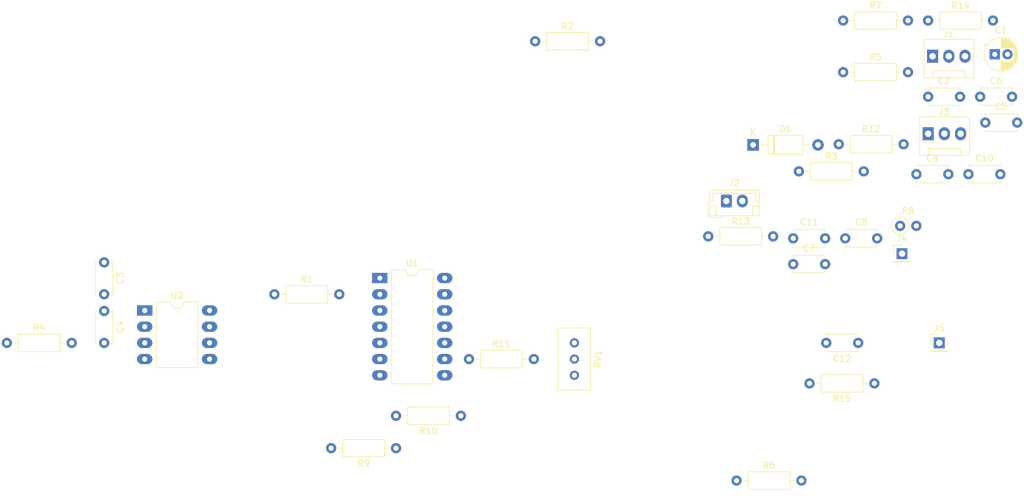
<source format=kicad_pcb>
(kicad_pcb (version 20171130) (host pcbnew "(5.1.2)-1")

  (general
    (thickness 1.6)
    (drawings 0)
    (tracks 0)
    (zones 0)
    (modules 36)
    (nets 24)
  )

  (page A4)
  (layers
    (0 F.Cu signal)
    (31 B.Cu signal)
    (32 B.Adhes user)
    (33 F.Adhes user)
    (34 B.Paste user)
    (35 F.Paste user)
    (36 B.SilkS user)
    (37 F.SilkS user)
    (38 B.Mask user)
    (39 F.Mask user)
    (40 Dwgs.User user)
    (41 Cmts.User user)
    (42 Eco1.User user)
    (43 Eco2.User user)
    (44 Edge.Cuts user)
    (45 Margin user)
    (46 B.CrtYd user)
    (47 F.CrtYd user)
    (48 B.Fab user)
    (49 F.Fab user)
  )

  (setup
    (last_trace_width 0.25)
    (trace_clearance 0.2)
    (zone_clearance 0.508)
    (zone_45_only no)
    (trace_min 0.2)
    (via_size 0.8)
    (via_drill 0.4)
    (via_min_size 0.4)
    (via_min_drill 0.3)
    (uvia_size 0.3)
    (uvia_drill 0.1)
    (uvias_allowed no)
    (uvia_min_size 0.2)
    (uvia_min_drill 0.1)
    (edge_width 0.05)
    (segment_width 0.2)
    (pcb_text_width 0.3)
    (pcb_text_size 1.5 1.5)
    (mod_edge_width 0.12)
    (mod_text_size 1 1)
    (mod_text_width 0.15)
    (pad_size 1.524 1.524)
    (pad_drill 0.762)
    (pad_to_mask_clearance 0.051)
    (solder_mask_min_width 0.25)
    (aux_axis_origin 0 0)
    (visible_elements FFFFFF7F)
    (pcbplotparams
      (layerselection 0x010fc_ffffffff)
      (usegerberextensions false)
      (usegerberattributes false)
      (usegerberadvancedattributes false)
      (creategerberjobfile false)
      (excludeedgelayer true)
      (linewidth 0.100000)
      (plotframeref false)
      (viasonmask false)
      (mode 1)
      (useauxorigin false)
      (hpglpennumber 1)
      (hpglpenspeed 20)
      (hpglpendiameter 15.000000)
      (psnegative false)
      (psa4output false)
      (plotreference true)
      (plotvalue true)
      (plotinvisibletext false)
      (padsonsilk false)
      (subtractmaskfromsilk false)
      (outputformat 1)
      (mirror false)
      (drillshape 1)
      (scaleselection 1)
      (outputdirectory ""))
  )

  (net 0 "")
  (net 1 "Net-(C1-Pad1)")
  (net 2 GND)
  (net 3 "Net-(C3-Pad1)")
  (net 4 "Net-(C4-Pad2)")
  (net 5 VCC)
  (net 6 "Net-(C7-Pad2)")
  (net 7 "Net-(C7-Pad1)")
  (net 8 "Net-(C8-Pad1)")
  (net 9 "Net-(C8-Pad2)")
  (net 10 "Net-(C9-Pad1)")
  (net 11 "Net-(C10-Pad2)")
  (net 12 "Net-(C10-Pad1)")
  (net 13 "Net-(C11-Pad2)")
  (net 14 "Net-(C11-Pad1)")
  (net 15 "Net-(C12-Pad1)")
  (net 16 +VDC)
  (net 17 "Net-(J3-Pad1)")
  (net 18 "Net-(J3-Pad3)")
  (net 19 "Net-(R5-Pad1)")
  (net 20 "Net-(R5-Pad2)")
  (net 21 "Net-(R10-Pad1)")
  (net 22 "Net-(R11-Pad2)")
  (net 23 VMEM)

  (net_class Default "Esta es la clase de red por defecto."
    (clearance 0.2)
    (trace_width 0.25)
    (via_dia 0.8)
    (via_drill 0.4)
    (uvia_dia 0.3)
    (uvia_drill 0.1)
    (add_net +VDC)
    (add_net GND)
    (add_net "Net-(C1-Pad1)")
    (add_net "Net-(C10-Pad1)")
    (add_net "Net-(C10-Pad2)")
    (add_net "Net-(C11-Pad1)")
    (add_net "Net-(C11-Pad2)")
    (add_net "Net-(C12-Pad1)")
    (add_net "Net-(C3-Pad1)")
    (add_net "Net-(C4-Pad2)")
    (add_net "Net-(C7-Pad1)")
    (add_net "Net-(C7-Pad2)")
    (add_net "Net-(C8-Pad1)")
    (add_net "Net-(C8-Pad2)")
    (add_net "Net-(C9-Pad1)")
    (add_net "Net-(J3-Pad1)")
    (add_net "Net-(J3-Pad3)")
    (add_net "Net-(R10-Pad1)")
    (add_net "Net-(R11-Pad2)")
    (add_net "Net-(R5-Pad1)")
    (add_net "Net-(R5-Pad2)")
    (add_net "Net-(RV1-Pad3)")
    (add_net VCC)
    (add_net VMEM)
  )

  (module Capacitor_THT:CP_Radial_D5.0mm_P2.00mm (layer F.Cu) (tedit 5AE50EF0) (tstamp 5CFF653E)
    (at 177.604776 84.295001)
    (descr "CP, Radial series, Radial, pin pitch=2.00mm, , diameter=5mm, Electrolytic Capacitor")
    (tags "CP Radial series Radial pin pitch 2.00mm  diameter 5mm Electrolytic Capacitor")
    (path /5D03A277)
    (fp_text reference C1 (at 1 -3.75) (layer F.SilkS)
      (effects (font (size 1 1) (thickness 0.15)))
    )
    (fp_text value 47uF (at 1 3.75) (layer F.Fab)
      (effects (font (size 1 1) (thickness 0.15)))
    )
    (fp_circle (center 1 0) (end 3.5 0) (layer F.Fab) (width 0.1))
    (fp_circle (center 1 0) (end 3.62 0) (layer F.SilkS) (width 0.12))
    (fp_circle (center 1 0) (end 3.75 0) (layer F.CrtYd) (width 0.05))
    (fp_line (start -1.133605 -1.0875) (end -0.633605 -1.0875) (layer F.Fab) (width 0.1))
    (fp_line (start -0.883605 -1.3375) (end -0.883605 -0.8375) (layer F.Fab) (width 0.1))
    (fp_line (start 1 1.04) (end 1 2.58) (layer F.SilkS) (width 0.12))
    (fp_line (start 1 -2.58) (end 1 -1.04) (layer F.SilkS) (width 0.12))
    (fp_line (start 1.04 1.04) (end 1.04 2.58) (layer F.SilkS) (width 0.12))
    (fp_line (start 1.04 -2.58) (end 1.04 -1.04) (layer F.SilkS) (width 0.12))
    (fp_line (start 1.08 -2.579) (end 1.08 -1.04) (layer F.SilkS) (width 0.12))
    (fp_line (start 1.08 1.04) (end 1.08 2.579) (layer F.SilkS) (width 0.12))
    (fp_line (start 1.12 -2.578) (end 1.12 -1.04) (layer F.SilkS) (width 0.12))
    (fp_line (start 1.12 1.04) (end 1.12 2.578) (layer F.SilkS) (width 0.12))
    (fp_line (start 1.16 -2.576) (end 1.16 -1.04) (layer F.SilkS) (width 0.12))
    (fp_line (start 1.16 1.04) (end 1.16 2.576) (layer F.SilkS) (width 0.12))
    (fp_line (start 1.2 -2.573) (end 1.2 -1.04) (layer F.SilkS) (width 0.12))
    (fp_line (start 1.2 1.04) (end 1.2 2.573) (layer F.SilkS) (width 0.12))
    (fp_line (start 1.24 -2.569) (end 1.24 -1.04) (layer F.SilkS) (width 0.12))
    (fp_line (start 1.24 1.04) (end 1.24 2.569) (layer F.SilkS) (width 0.12))
    (fp_line (start 1.28 -2.565) (end 1.28 -1.04) (layer F.SilkS) (width 0.12))
    (fp_line (start 1.28 1.04) (end 1.28 2.565) (layer F.SilkS) (width 0.12))
    (fp_line (start 1.32 -2.561) (end 1.32 -1.04) (layer F.SilkS) (width 0.12))
    (fp_line (start 1.32 1.04) (end 1.32 2.561) (layer F.SilkS) (width 0.12))
    (fp_line (start 1.36 -2.556) (end 1.36 -1.04) (layer F.SilkS) (width 0.12))
    (fp_line (start 1.36 1.04) (end 1.36 2.556) (layer F.SilkS) (width 0.12))
    (fp_line (start 1.4 -2.55) (end 1.4 -1.04) (layer F.SilkS) (width 0.12))
    (fp_line (start 1.4 1.04) (end 1.4 2.55) (layer F.SilkS) (width 0.12))
    (fp_line (start 1.44 -2.543) (end 1.44 -1.04) (layer F.SilkS) (width 0.12))
    (fp_line (start 1.44 1.04) (end 1.44 2.543) (layer F.SilkS) (width 0.12))
    (fp_line (start 1.48 -2.536) (end 1.48 -1.04) (layer F.SilkS) (width 0.12))
    (fp_line (start 1.48 1.04) (end 1.48 2.536) (layer F.SilkS) (width 0.12))
    (fp_line (start 1.52 -2.528) (end 1.52 -1.04) (layer F.SilkS) (width 0.12))
    (fp_line (start 1.52 1.04) (end 1.52 2.528) (layer F.SilkS) (width 0.12))
    (fp_line (start 1.56 -2.52) (end 1.56 -1.04) (layer F.SilkS) (width 0.12))
    (fp_line (start 1.56 1.04) (end 1.56 2.52) (layer F.SilkS) (width 0.12))
    (fp_line (start 1.6 -2.511) (end 1.6 -1.04) (layer F.SilkS) (width 0.12))
    (fp_line (start 1.6 1.04) (end 1.6 2.511) (layer F.SilkS) (width 0.12))
    (fp_line (start 1.64 -2.501) (end 1.64 -1.04) (layer F.SilkS) (width 0.12))
    (fp_line (start 1.64 1.04) (end 1.64 2.501) (layer F.SilkS) (width 0.12))
    (fp_line (start 1.68 -2.491) (end 1.68 -1.04) (layer F.SilkS) (width 0.12))
    (fp_line (start 1.68 1.04) (end 1.68 2.491) (layer F.SilkS) (width 0.12))
    (fp_line (start 1.721 -2.48) (end 1.721 -1.04) (layer F.SilkS) (width 0.12))
    (fp_line (start 1.721 1.04) (end 1.721 2.48) (layer F.SilkS) (width 0.12))
    (fp_line (start 1.761 -2.468) (end 1.761 -1.04) (layer F.SilkS) (width 0.12))
    (fp_line (start 1.761 1.04) (end 1.761 2.468) (layer F.SilkS) (width 0.12))
    (fp_line (start 1.801 -2.455) (end 1.801 -1.04) (layer F.SilkS) (width 0.12))
    (fp_line (start 1.801 1.04) (end 1.801 2.455) (layer F.SilkS) (width 0.12))
    (fp_line (start 1.841 -2.442) (end 1.841 -1.04) (layer F.SilkS) (width 0.12))
    (fp_line (start 1.841 1.04) (end 1.841 2.442) (layer F.SilkS) (width 0.12))
    (fp_line (start 1.881 -2.428) (end 1.881 -1.04) (layer F.SilkS) (width 0.12))
    (fp_line (start 1.881 1.04) (end 1.881 2.428) (layer F.SilkS) (width 0.12))
    (fp_line (start 1.921 -2.414) (end 1.921 -1.04) (layer F.SilkS) (width 0.12))
    (fp_line (start 1.921 1.04) (end 1.921 2.414) (layer F.SilkS) (width 0.12))
    (fp_line (start 1.961 -2.398) (end 1.961 -1.04) (layer F.SilkS) (width 0.12))
    (fp_line (start 1.961 1.04) (end 1.961 2.398) (layer F.SilkS) (width 0.12))
    (fp_line (start 2.001 -2.382) (end 2.001 -1.04) (layer F.SilkS) (width 0.12))
    (fp_line (start 2.001 1.04) (end 2.001 2.382) (layer F.SilkS) (width 0.12))
    (fp_line (start 2.041 -2.365) (end 2.041 -1.04) (layer F.SilkS) (width 0.12))
    (fp_line (start 2.041 1.04) (end 2.041 2.365) (layer F.SilkS) (width 0.12))
    (fp_line (start 2.081 -2.348) (end 2.081 -1.04) (layer F.SilkS) (width 0.12))
    (fp_line (start 2.081 1.04) (end 2.081 2.348) (layer F.SilkS) (width 0.12))
    (fp_line (start 2.121 -2.329) (end 2.121 -1.04) (layer F.SilkS) (width 0.12))
    (fp_line (start 2.121 1.04) (end 2.121 2.329) (layer F.SilkS) (width 0.12))
    (fp_line (start 2.161 -2.31) (end 2.161 -1.04) (layer F.SilkS) (width 0.12))
    (fp_line (start 2.161 1.04) (end 2.161 2.31) (layer F.SilkS) (width 0.12))
    (fp_line (start 2.201 -2.29) (end 2.201 -1.04) (layer F.SilkS) (width 0.12))
    (fp_line (start 2.201 1.04) (end 2.201 2.29) (layer F.SilkS) (width 0.12))
    (fp_line (start 2.241 -2.268) (end 2.241 -1.04) (layer F.SilkS) (width 0.12))
    (fp_line (start 2.241 1.04) (end 2.241 2.268) (layer F.SilkS) (width 0.12))
    (fp_line (start 2.281 -2.247) (end 2.281 -1.04) (layer F.SilkS) (width 0.12))
    (fp_line (start 2.281 1.04) (end 2.281 2.247) (layer F.SilkS) (width 0.12))
    (fp_line (start 2.321 -2.224) (end 2.321 -1.04) (layer F.SilkS) (width 0.12))
    (fp_line (start 2.321 1.04) (end 2.321 2.224) (layer F.SilkS) (width 0.12))
    (fp_line (start 2.361 -2.2) (end 2.361 -1.04) (layer F.SilkS) (width 0.12))
    (fp_line (start 2.361 1.04) (end 2.361 2.2) (layer F.SilkS) (width 0.12))
    (fp_line (start 2.401 -2.175) (end 2.401 -1.04) (layer F.SilkS) (width 0.12))
    (fp_line (start 2.401 1.04) (end 2.401 2.175) (layer F.SilkS) (width 0.12))
    (fp_line (start 2.441 -2.149) (end 2.441 -1.04) (layer F.SilkS) (width 0.12))
    (fp_line (start 2.441 1.04) (end 2.441 2.149) (layer F.SilkS) (width 0.12))
    (fp_line (start 2.481 -2.122) (end 2.481 -1.04) (layer F.SilkS) (width 0.12))
    (fp_line (start 2.481 1.04) (end 2.481 2.122) (layer F.SilkS) (width 0.12))
    (fp_line (start 2.521 -2.095) (end 2.521 -1.04) (layer F.SilkS) (width 0.12))
    (fp_line (start 2.521 1.04) (end 2.521 2.095) (layer F.SilkS) (width 0.12))
    (fp_line (start 2.561 -2.065) (end 2.561 -1.04) (layer F.SilkS) (width 0.12))
    (fp_line (start 2.561 1.04) (end 2.561 2.065) (layer F.SilkS) (width 0.12))
    (fp_line (start 2.601 -2.035) (end 2.601 -1.04) (layer F.SilkS) (width 0.12))
    (fp_line (start 2.601 1.04) (end 2.601 2.035) (layer F.SilkS) (width 0.12))
    (fp_line (start 2.641 -2.004) (end 2.641 -1.04) (layer F.SilkS) (width 0.12))
    (fp_line (start 2.641 1.04) (end 2.641 2.004) (layer F.SilkS) (width 0.12))
    (fp_line (start 2.681 -1.971) (end 2.681 -1.04) (layer F.SilkS) (width 0.12))
    (fp_line (start 2.681 1.04) (end 2.681 1.971) (layer F.SilkS) (width 0.12))
    (fp_line (start 2.721 -1.937) (end 2.721 -1.04) (layer F.SilkS) (width 0.12))
    (fp_line (start 2.721 1.04) (end 2.721 1.937) (layer F.SilkS) (width 0.12))
    (fp_line (start 2.761 -1.901) (end 2.761 -1.04) (layer F.SilkS) (width 0.12))
    (fp_line (start 2.761 1.04) (end 2.761 1.901) (layer F.SilkS) (width 0.12))
    (fp_line (start 2.801 -1.864) (end 2.801 -1.04) (layer F.SilkS) (width 0.12))
    (fp_line (start 2.801 1.04) (end 2.801 1.864) (layer F.SilkS) (width 0.12))
    (fp_line (start 2.841 -1.826) (end 2.841 -1.04) (layer F.SilkS) (width 0.12))
    (fp_line (start 2.841 1.04) (end 2.841 1.826) (layer F.SilkS) (width 0.12))
    (fp_line (start 2.881 -1.785) (end 2.881 -1.04) (layer F.SilkS) (width 0.12))
    (fp_line (start 2.881 1.04) (end 2.881 1.785) (layer F.SilkS) (width 0.12))
    (fp_line (start 2.921 -1.743) (end 2.921 -1.04) (layer F.SilkS) (width 0.12))
    (fp_line (start 2.921 1.04) (end 2.921 1.743) (layer F.SilkS) (width 0.12))
    (fp_line (start 2.961 -1.699) (end 2.961 -1.04) (layer F.SilkS) (width 0.12))
    (fp_line (start 2.961 1.04) (end 2.961 1.699) (layer F.SilkS) (width 0.12))
    (fp_line (start 3.001 -1.653) (end 3.001 -1.04) (layer F.SilkS) (width 0.12))
    (fp_line (start 3.001 1.04) (end 3.001 1.653) (layer F.SilkS) (width 0.12))
    (fp_line (start 3.041 -1.605) (end 3.041 1.605) (layer F.SilkS) (width 0.12))
    (fp_line (start 3.081 -1.554) (end 3.081 1.554) (layer F.SilkS) (width 0.12))
    (fp_line (start 3.121 -1.5) (end 3.121 1.5) (layer F.SilkS) (width 0.12))
    (fp_line (start 3.161 -1.443) (end 3.161 1.443) (layer F.SilkS) (width 0.12))
    (fp_line (start 3.201 -1.383) (end 3.201 1.383) (layer F.SilkS) (width 0.12))
    (fp_line (start 3.241 -1.319) (end 3.241 1.319) (layer F.SilkS) (width 0.12))
    (fp_line (start 3.281 -1.251) (end 3.281 1.251) (layer F.SilkS) (width 0.12))
    (fp_line (start 3.321 -1.178) (end 3.321 1.178) (layer F.SilkS) (width 0.12))
    (fp_line (start 3.361 -1.098) (end 3.361 1.098) (layer F.SilkS) (width 0.12))
    (fp_line (start 3.401 -1.011) (end 3.401 1.011) (layer F.SilkS) (width 0.12))
    (fp_line (start 3.441 -0.915) (end 3.441 0.915) (layer F.SilkS) (width 0.12))
    (fp_line (start 3.481 -0.805) (end 3.481 0.805) (layer F.SilkS) (width 0.12))
    (fp_line (start 3.521 -0.677) (end 3.521 0.677) (layer F.SilkS) (width 0.12))
    (fp_line (start 3.561 -0.518) (end 3.561 0.518) (layer F.SilkS) (width 0.12))
    (fp_line (start 3.601 -0.284) (end 3.601 0.284) (layer F.SilkS) (width 0.12))
    (fp_line (start -1.804775 -1.475) (end -1.304775 -1.475) (layer F.SilkS) (width 0.12))
    (fp_line (start -1.554775 -1.725) (end -1.554775 -1.225) (layer F.SilkS) (width 0.12))
    (fp_text user %R (at 1 0) (layer F.Fab)
      (effects (font (size 1 1) (thickness 0.15)))
    )
    (pad 1 thru_hole rect (at 0 0) (size 1.6 1.6) (drill 0.8) (layers *.Cu *.Mask)
      (net 1 "Net-(C1-Pad1)"))
    (pad 2 thru_hole circle (at 2 0) (size 1.6 1.6) (drill 0.8) (layers *.Cu *.Mask)
      (net 2 GND))
    (model ${KISYS3DMOD}/Capacitor_THT.3dshapes/CP_Radial_D5.0mm_P2.00mm.wrl
      (at (xyz 0 0 0))
      (scale (xyz 1 1 1))
      (rotate (xyz 0 0 0))
    )
  )

  (module Capacitor_THT:C_Disc_D4.7mm_W2.5mm_P5.00mm (layer F.Cu) (tedit 5AE50EF0) (tstamp 5CFF6553)
    (at 167.165001 90.945001)
    (descr "C, Disc series, Radial, pin pitch=5.00mm, , diameter*width=4.7*2.5mm^2, Capacitor, http://www.vishay.com/docs/45233/krseries.pdf")
    (tags "C Disc series Radial pin pitch 5.00mm  diameter 4.7mm width 2.5mm Capacitor")
    (path /5D0CEBB0)
    (fp_text reference C2 (at 2.5 -2.5) (layer F.SilkS)
      (effects (font (size 1 1) (thickness 0.15)))
    )
    (fp_text value 100nF (at 2.5 2.5) (layer F.Fab)
      (effects (font (size 1 1) (thickness 0.15)))
    )
    (fp_text user %R (at 2.5 0) (layer F.Fab)
      (effects (font (size 0.94 0.94) (thickness 0.141)))
    )
    (fp_line (start 6.05 -1.5) (end -1.05 -1.5) (layer F.CrtYd) (width 0.05))
    (fp_line (start 6.05 1.5) (end 6.05 -1.5) (layer F.CrtYd) (width 0.05))
    (fp_line (start -1.05 1.5) (end 6.05 1.5) (layer F.CrtYd) (width 0.05))
    (fp_line (start -1.05 -1.5) (end -1.05 1.5) (layer F.CrtYd) (width 0.05))
    (fp_line (start 4.97 1.055) (end 4.97 1.37) (layer F.SilkS) (width 0.12))
    (fp_line (start 4.97 -1.37) (end 4.97 -1.055) (layer F.SilkS) (width 0.12))
    (fp_line (start 0.03 1.055) (end 0.03 1.37) (layer F.SilkS) (width 0.12))
    (fp_line (start 0.03 -1.37) (end 0.03 -1.055) (layer F.SilkS) (width 0.12))
    (fp_line (start 0.03 1.37) (end 4.97 1.37) (layer F.SilkS) (width 0.12))
    (fp_line (start 0.03 -1.37) (end 4.97 -1.37) (layer F.SilkS) (width 0.12))
    (fp_line (start 4.85 -1.25) (end 0.15 -1.25) (layer F.Fab) (width 0.1))
    (fp_line (start 4.85 1.25) (end 4.85 -1.25) (layer F.Fab) (width 0.1))
    (fp_line (start 0.15 1.25) (end 4.85 1.25) (layer F.Fab) (width 0.1))
    (fp_line (start 0.15 -1.25) (end 0.15 1.25) (layer F.Fab) (width 0.1))
    (pad 2 thru_hole circle (at 5 0) (size 1.6 1.6) (drill 0.8) (layers *.Cu *.Mask)
      (net 2 GND))
    (pad 1 thru_hole circle (at 0 0) (size 1.6 1.6) (drill 0.8) (layers *.Cu *.Mask)
      (net 1 "Net-(C1-Pad1)"))
    (model ${KISYS3DMOD}/Capacitor_THT.3dshapes/C_Disc_D4.7mm_W2.5mm_P5.00mm.wrl
      (at (xyz 0 0 0))
      (scale (xyz 1 1 1))
      (rotate (xyz 0 0 0))
    )
  )

  (module Capacitor_THT:C_Disc_D5.0mm_W2.5mm_P5.00mm (layer F.Cu) (tedit 5AE50EF0) (tstamp 5CFF6568)
    (at 38.1 116.92 270)
    (descr "C, Disc series, Radial, pin pitch=5.00mm, , diameter*width=5*2.5mm^2, Capacitor, http://cdn-reichelt.de/documents/datenblatt/B300/DS_KERKO_TC.pdf")
    (tags "C Disc series Radial pin pitch 5.00mm  diameter 5mm width 2.5mm Capacitor")
    (path /5CFE8389)
    (fp_text reference C3 (at 2.5 -2.5 90) (layer F.SilkS)
      (effects (font (size 1 1) (thickness 0.15)))
    )
    (fp_text value 1nF (at 2.5 2.5 90) (layer F.Fab)
      (effects (font (size 1 1) (thickness 0.15)))
    )
    (fp_line (start 0 -1.25) (end 0 1.25) (layer F.Fab) (width 0.1))
    (fp_line (start 0 1.25) (end 5 1.25) (layer F.Fab) (width 0.1))
    (fp_line (start 5 1.25) (end 5 -1.25) (layer F.Fab) (width 0.1))
    (fp_line (start 5 -1.25) (end 0 -1.25) (layer F.Fab) (width 0.1))
    (fp_line (start -0.12 -1.37) (end 5.12 -1.37) (layer F.SilkS) (width 0.12))
    (fp_line (start -0.12 1.37) (end 5.12 1.37) (layer F.SilkS) (width 0.12))
    (fp_line (start -0.12 -1.37) (end -0.12 -1.055) (layer F.SilkS) (width 0.12))
    (fp_line (start -0.12 1.055) (end -0.12 1.37) (layer F.SilkS) (width 0.12))
    (fp_line (start 5.12 -1.37) (end 5.12 -1.055) (layer F.SilkS) (width 0.12))
    (fp_line (start 5.12 1.055) (end 5.12 1.37) (layer F.SilkS) (width 0.12))
    (fp_line (start -1.05 -1.5) (end -1.05 1.5) (layer F.CrtYd) (width 0.05))
    (fp_line (start -1.05 1.5) (end 6.05 1.5) (layer F.CrtYd) (width 0.05))
    (fp_line (start 6.05 1.5) (end 6.05 -1.5) (layer F.CrtYd) (width 0.05))
    (fp_line (start 6.05 -1.5) (end -1.05 -1.5) (layer F.CrtYd) (width 0.05))
    (fp_text user %R (at 2.5 0 90) (layer F.Fab)
      (effects (font (size 1 1) (thickness 0.15)))
    )
    (pad 1 thru_hole circle (at 0 0 270) (size 1.6 1.6) (drill 0.8) (layers *.Cu *.Mask)
      (net 3 "Net-(C3-Pad1)"))
    (pad 2 thru_hole circle (at 5 0 270) (size 1.6 1.6) (drill 0.8) (layers *.Cu *.Mask)
      (net 2 GND))
    (model ${KISYS3DMOD}/Capacitor_THT.3dshapes/C_Disc_D5.0mm_W2.5mm_P5.00mm.wrl
      (at (xyz 0 0 0))
      (scale (xyz 1 1 1))
      (rotate (xyz 0 0 0))
    )
  )

  (module Capacitor_THT:C_Disc_D4.7mm_W2.5mm_P5.00mm (layer F.Cu) (tedit 5AE50EF0) (tstamp 5CFF657D)
    (at 38.1 124.54 270)
    (descr "C, Disc series, Radial, pin pitch=5.00mm, , diameter*width=4.7*2.5mm^2, Capacitor, http://www.vishay.com/docs/45233/krseries.pdf")
    (tags "C Disc series Radial pin pitch 5.00mm  diameter 4.7mm width 2.5mm Capacitor")
    (path /5CFE886A)
    (fp_text reference C4 (at 2.5 -2.5 90) (layer F.SilkS)
      (effects (font (size 1 1) (thickness 0.15)))
    )
    (fp_text value 1nF (at 2.5 2.5 90) (layer F.Fab)
      (effects (font (size 1 1) (thickness 0.15)))
    )
    (fp_line (start 0.15 -1.25) (end 0.15 1.25) (layer F.Fab) (width 0.1))
    (fp_line (start 0.15 1.25) (end 4.85 1.25) (layer F.Fab) (width 0.1))
    (fp_line (start 4.85 1.25) (end 4.85 -1.25) (layer F.Fab) (width 0.1))
    (fp_line (start 4.85 -1.25) (end 0.15 -1.25) (layer F.Fab) (width 0.1))
    (fp_line (start 0.03 -1.37) (end 4.97 -1.37) (layer F.SilkS) (width 0.12))
    (fp_line (start 0.03 1.37) (end 4.97 1.37) (layer F.SilkS) (width 0.12))
    (fp_line (start 0.03 -1.37) (end 0.03 -1.055) (layer F.SilkS) (width 0.12))
    (fp_line (start 0.03 1.055) (end 0.03 1.37) (layer F.SilkS) (width 0.12))
    (fp_line (start 4.97 -1.37) (end 4.97 -1.055) (layer F.SilkS) (width 0.12))
    (fp_line (start 4.97 1.055) (end 4.97 1.37) (layer F.SilkS) (width 0.12))
    (fp_line (start -1.05 -1.5) (end -1.05 1.5) (layer F.CrtYd) (width 0.05))
    (fp_line (start -1.05 1.5) (end 6.05 1.5) (layer F.CrtYd) (width 0.05))
    (fp_line (start 6.05 1.5) (end 6.05 -1.5) (layer F.CrtYd) (width 0.05))
    (fp_line (start 6.05 -1.5) (end -1.05 -1.5) (layer F.CrtYd) (width 0.05))
    (fp_text user %R (at 2.5 0 90) (layer F.Fab)
      (effects (font (size 0.94 0.94) (thickness 0.141)))
    )
    (pad 1 thru_hole circle (at 0 0 270) (size 1.6 1.6) (drill 0.8) (layers *.Cu *.Mask)
      (net 2 GND))
    (pad 2 thru_hole circle (at 5 0 270) (size 1.6 1.6) (drill 0.8) (layers *.Cu *.Mask)
      (net 4 "Net-(C4-Pad2)"))
    (model ${KISYS3DMOD}/Capacitor_THT.3dshapes/C_Disc_D4.7mm_W2.5mm_P5.00mm.wrl
      (at (xyz 0 0 0))
      (scale (xyz 1 1 1))
      (rotate (xyz 0 0 0))
    )
  )

  (module Capacitor_THT:C_Disc_D4.7mm_W2.5mm_P5.00mm (layer F.Cu) (tedit 5AE50EF0) (tstamp 5CFF6592)
    (at 176.125001 94.995001)
    (descr "C, Disc series, Radial, pin pitch=5.00mm, , diameter*width=4.7*2.5mm^2, Capacitor, http://www.vishay.com/docs/45233/krseries.pdf")
    (tags "C Disc series Radial pin pitch 5.00mm  diameter 4.7mm width 2.5mm Capacitor")
    (path /5CFE6C4F)
    (fp_text reference C5 (at 2.5 -2.5) (layer F.SilkS)
      (effects (font (size 1 1) (thickness 0.15)))
    )
    (fp_text value 10nF (at 2.5 2.5) (layer F.Fab)
      (effects (font (size 1 1) (thickness 0.15)))
    )
    (fp_line (start 0.15 -1.25) (end 0.15 1.25) (layer F.Fab) (width 0.1))
    (fp_line (start 0.15 1.25) (end 4.85 1.25) (layer F.Fab) (width 0.1))
    (fp_line (start 4.85 1.25) (end 4.85 -1.25) (layer F.Fab) (width 0.1))
    (fp_line (start 4.85 -1.25) (end 0.15 -1.25) (layer F.Fab) (width 0.1))
    (fp_line (start 0.03 -1.37) (end 4.97 -1.37) (layer F.SilkS) (width 0.12))
    (fp_line (start 0.03 1.37) (end 4.97 1.37) (layer F.SilkS) (width 0.12))
    (fp_line (start 0.03 -1.37) (end 0.03 -1.055) (layer F.SilkS) (width 0.12))
    (fp_line (start 0.03 1.055) (end 0.03 1.37) (layer F.SilkS) (width 0.12))
    (fp_line (start 4.97 -1.37) (end 4.97 -1.055) (layer F.SilkS) (width 0.12))
    (fp_line (start 4.97 1.055) (end 4.97 1.37) (layer F.SilkS) (width 0.12))
    (fp_line (start -1.05 -1.5) (end -1.05 1.5) (layer F.CrtYd) (width 0.05))
    (fp_line (start -1.05 1.5) (end 6.05 1.5) (layer F.CrtYd) (width 0.05))
    (fp_line (start 6.05 1.5) (end 6.05 -1.5) (layer F.CrtYd) (width 0.05))
    (fp_line (start 6.05 -1.5) (end -1.05 -1.5) (layer F.CrtYd) (width 0.05))
    (fp_text user %R (at 2.5 0) (layer F.Fab)
      (effects (font (size 0.94 0.94) (thickness 0.141)))
    )
    (pad 1 thru_hole circle (at 0 0) (size 1.6 1.6) (drill 0.8) (layers *.Cu *.Mask)
      (net 3 "Net-(C3-Pad1)"))
    (pad 2 thru_hole circle (at 5 0) (size 1.6 1.6) (drill 0.8) (layers *.Cu *.Mask)
      (net 4 "Net-(C4-Pad2)"))
    (model ${KISYS3DMOD}/Capacitor_THT.3dshapes/C_Disc_D4.7mm_W2.5mm_P5.00mm.wrl
      (at (xyz 0 0 0))
      (scale (xyz 1 1 1))
      (rotate (xyz 0 0 0))
    )
  )

  (module Capacitor_THT:C_Disc_D4.7mm_W2.5mm_P5.00mm (layer F.Cu) (tedit 5AE50EF0) (tstamp 5CFF65A7)
    (at 175.315001 90.945001)
    (descr "C, Disc series, Radial, pin pitch=5.00mm, , diameter*width=4.7*2.5mm^2, Capacitor, http://www.vishay.com/docs/45233/krseries.pdf")
    (tags "C Disc series Radial pin pitch 5.00mm  diameter 4.7mm width 2.5mm Capacitor")
    (path /5CFEF362)
    (fp_text reference C6 (at 2.5 -2.5) (layer F.SilkS)
      (effects (font (size 1 1) (thickness 0.15)))
    )
    (fp_text value 100nF (at 2.5 2.5) (layer F.Fab)
      (effects (font (size 1 1) (thickness 0.15)))
    )
    (fp_line (start 0.15 -1.25) (end 0.15 1.25) (layer F.Fab) (width 0.1))
    (fp_line (start 0.15 1.25) (end 4.85 1.25) (layer F.Fab) (width 0.1))
    (fp_line (start 4.85 1.25) (end 4.85 -1.25) (layer F.Fab) (width 0.1))
    (fp_line (start 4.85 -1.25) (end 0.15 -1.25) (layer F.Fab) (width 0.1))
    (fp_line (start 0.03 -1.37) (end 4.97 -1.37) (layer F.SilkS) (width 0.12))
    (fp_line (start 0.03 1.37) (end 4.97 1.37) (layer F.SilkS) (width 0.12))
    (fp_line (start 0.03 -1.37) (end 0.03 -1.055) (layer F.SilkS) (width 0.12))
    (fp_line (start 0.03 1.055) (end 0.03 1.37) (layer F.SilkS) (width 0.12))
    (fp_line (start 4.97 -1.37) (end 4.97 -1.055) (layer F.SilkS) (width 0.12))
    (fp_line (start 4.97 1.055) (end 4.97 1.37) (layer F.SilkS) (width 0.12))
    (fp_line (start -1.05 -1.5) (end -1.05 1.5) (layer F.CrtYd) (width 0.05))
    (fp_line (start -1.05 1.5) (end 6.05 1.5) (layer F.CrtYd) (width 0.05))
    (fp_line (start 6.05 1.5) (end 6.05 -1.5) (layer F.CrtYd) (width 0.05))
    (fp_line (start 6.05 -1.5) (end -1.05 -1.5) (layer F.CrtYd) (width 0.05))
    (fp_text user %R (at 2.5 0) (layer F.Fab)
      (effects (font (size 0.94 0.94) (thickness 0.141)))
    )
    (pad 1 thru_hole circle (at 0 0) (size 1.6 1.6) (drill 0.8) (layers *.Cu *.Mask)
      (net 5 VCC))
    (pad 2 thru_hole circle (at 5 0) (size 1.6 1.6) (drill 0.8) (layers *.Cu *.Mask)
      (net 2 GND))
    (model ${KISYS3DMOD}/Capacitor_THT.3dshapes/C_Disc_D4.7mm_W2.5mm_P5.00mm.wrl
      (at (xyz 0 0 0))
      (scale (xyz 1 1 1))
      (rotate (xyz 0 0 0))
    )
  )

  (module Capacitor_THT:C_Disc_D4.7mm_W2.5mm_P5.00mm (layer F.Cu) (tedit 5AE50EF0) (tstamp 5CFF65BC)
    (at 146.035001 117.195001)
    (descr "C, Disc series, Radial, pin pitch=5.00mm, , diameter*width=4.7*2.5mm^2, Capacitor, http://www.vishay.com/docs/45233/krseries.pdf")
    (tags "C Disc series Radial pin pitch 5.00mm  diameter 4.7mm width 2.5mm Capacitor")
    (path /5CFF10FB)
    (fp_text reference C7 (at 2.5 -2.5) (layer F.SilkS)
      (effects (font (size 1 1) (thickness 0.15)))
    )
    (fp_text value 33nF (at 2.5 2.5) (layer F.Fab)
      (effects (font (size 1 1) (thickness 0.15)))
    )
    (fp_text user %R (at 2.5 0) (layer F.Fab)
      (effects (font (size 0.94 0.94) (thickness 0.141)))
    )
    (fp_line (start 6.05 -1.5) (end -1.05 -1.5) (layer F.CrtYd) (width 0.05))
    (fp_line (start 6.05 1.5) (end 6.05 -1.5) (layer F.CrtYd) (width 0.05))
    (fp_line (start -1.05 1.5) (end 6.05 1.5) (layer F.CrtYd) (width 0.05))
    (fp_line (start -1.05 -1.5) (end -1.05 1.5) (layer F.CrtYd) (width 0.05))
    (fp_line (start 4.97 1.055) (end 4.97 1.37) (layer F.SilkS) (width 0.12))
    (fp_line (start 4.97 -1.37) (end 4.97 -1.055) (layer F.SilkS) (width 0.12))
    (fp_line (start 0.03 1.055) (end 0.03 1.37) (layer F.SilkS) (width 0.12))
    (fp_line (start 0.03 -1.37) (end 0.03 -1.055) (layer F.SilkS) (width 0.12))
    (fp_line (start 0.03 1.37) (end 4.97 1.37) (layer F.SilkS) (width 0.12))
    (fp_line (start 0.03 -1.37) (end 4.97 -1.37) (layer F.SilkS) (width 0.12))
    (fp_line (start 4.85 -1.25) (end 0.15 -1.25) (layer F.Fab) (width 0.1))
    (fp_line (start 4.85 1.25) (end 4.85 -1.25) (layer F.Fab) (width 0.1))
    (fp_line (start 0.15 1.25) (end 4.85 1.25) (layer F.Fab) (width 0.1))
    (fp_line (start 0.15 -1.25) (end 0.15 1.25) (layer F.Fab) (width 0.1))
    (pad 2 thru_hole circle (at 5 0) (size 1.6 1.6) (drill 0.8) (layers *.Cu *.Mask)
      (net 6 "Net-(C7-Pad2)"))
    (pad 1 thru_hole circle (at 0 0) (size 1.6 1.6) (drill 0.8) (layers *.Cu *.Mask)
      (net 7 "Net-(C7-Pad1)"))
    (model ${KISYS3DMOD}/Capacitor_THT.3dshapes/C_Disc_D4.7mm_W2.5mm_P5.00mm.wrl
      (at (xyz 0 0 0))
      (scale (xyz 1 1 1))
      (rotate (xyz 0 0 0))
    )
  )

  (module Capacitor_THT:C_Disc_D4.7mm_W2.5mm_P5.00mm (layer F.Cu) (tedit 5AE50EF0) (tstamp 5CFF65D1)
    (at 154.185001 113.145001)
    (descr "C, Disc series, Radial, pin pitch=5.00mm, , diameter*width=4.7*2.5mm^2, Capacitor, http://www.vishay.com/docs/45233/krseries.pdf")
    (tags "C Disc series Radial pin pitch 5.00mm  diameter 4.7mm width 2.5mm Capacitor")
    (path /5CFFD123)
    (fp_text reference C8 (at 2.5 -2.5) (layer F.SilkS)
      (effects (font (size 1 1) (thickness 0.15)))
    )
    (fp_text value 3.9nF (at 2.5 2.5) (layer F.Fab)
      (effects (font (size 1 1) (thickness 0.15)))
    )
    (fp_line (start 0.15 -1.25) (end 0.15 1.25) (layer F.Fab) (width 0.1))
    (fp_line (start 0.15 1.25) (end 4.85 1.25) (layer F.Fab) (width 0.1))
    (fp_line (start 4.85 1.25) (end 4.85 -1.25) (layer F.Fab) (width 0.1))
    (fp_line (start 4.85 -1.25) (end 0.15 -1.25) (layer F.Fab) (width 0.1))
    (fp_line (start 0.03 -1.37) (end 4.97 -1.37) (layer F.SilkS) (width 0.12))
    (fp_line (start 0.03 1.37) (end 4.97 1.37) (layer F.SilkS) (width 0.12))
    (fp_line (start 0.03 -1.37) (end 0.03 -1.055) (layer F.SilkS) (width 0.12))
    (fp_line (start 0.03 1.055) (end 0.03 1.37) (layer F.SilkS) (width 0.12))
    (fp_line (start 4.97 -1.37) (end 4.97 -1.055) (layer F.SilkS) (width 0.12))
    (fp_line (start 4.97 1.055) (end 4.97 1.37) (layer F.SilkS) (width 0.12))
    (fp_line (start -1.05 -1.5) (end -1.05 1.5) (layer F.CrtYd) (width 0.05))
    (fp_line (start -1.05 1.5) (end 6.05 1.5) (layer F.CrtYd) (width 0.05))
    (fp_line (start 6.05 1.5) (end 6.05 -1.5) (layer F.CrtYd) (width 0.05))
    (fp_line (start 6.05 -1.5) (end -1.05 -1.5) (layer F.CrtYd) (width 0.05))
    (fp_text user %R (at 2.5 0) (layer F.Fab)
      (effects (font (size 0.94 0.94) (thickness 0.141)))
    )
    (pad 1 thru_hole circle (at 0 0) (size 1.6 1.6) (drill 0.8) (layers *.Cu *.Mask)
      (net 8 "Net-(C8-Pad1)"))
    (pad 2 thru_hole circle (at 5 0) (size 1.6 1.6) (drill 0.8) (layers *.Cu *.Mask)
      (net 9 "Net-(C8-Pad2)"))
    (model ${KISYS3DMOD}/Capacitor_THT.3dshapes/C_Disc_D4.7mm_W2.5mm_P5.00mm.wrl
      (at (xyz 0 0 0))
      (scale (xyz 1 1 1))
      (rotate (xyz 0 0 0))
    )
  )

  (module Capacitor_THT:C_Disc_D4.7mm_W2.5mm_P5.00mm (layer F.Cu) (tedit 5AE50EF0) (tstamp 5CFF65E6)
    (at 165.335001 103.095001)
    (descr "C, Disc series, Radial, pin pitch=5.00mm, , diameter*width=4.7*2.5mm^2, Capacitor, http://www.vishay.com/docs/45233/krseries.pdf")
    (tags "C Disc series Radial pin pitch 5.00mm  diameter 4.7mm width 2.5mm Capacitor")
    (path /5CFFF37C)
    (fp_text reference C9 (at 2.5 -2.5) (layer F.SilkS)
      (effects (font (size 1 1) (thickness 0.15)))
    )
    (fp_text value 33nF (at 2.5 2.5) (layer F.Fab)
      (effects (font (size 1 1) (thickness 0.15)))
    )
    (fp_line (start 0.15 -1.25) (end 0.15 1.25) (layer F.Fab) (width 0.1))
    (fp_line (start 0.15 1.25) (end 4.85 1.25) (layer F.Fab) (width 0.1))
    (fp_line (start 4.85 1.25) (end 4.85 -1.25) (layer F.Fab) (width 0.1))
    (fp_line (start 4.85 -1.25) (end 0.15 -1.25) (layer F.Fab) (width 0.1))
    (fp_line (start 0.03 -1.37) (end 4.97 -1.37) (layer F.SilkS) (width 0.12))
    (fp_line (start 0.03 1.37) (end 4.97 1.37) (layer F.SilkS) (width 0.12))
    (fp_line (start 0.03 -1.37) (end 0.03 -1.055) (layer F.SilkS) (width 0.12))
    (fp_line (start 0.03 1.055) (end 0.03 1.37) (layer F.SilkS) (width 0.12))
    (fp_line (start 4.97 -1.37) (end 4.97 -1.055) (layer F.SilkS) (width 0.12))
    (fp_line (start 4.97 1.055) (end 4.97 1.37) (layer F.SilkS) (width 0.12))
    (fp_line (start -1.05 -1.5) (end -1.05 1.5) (layer F.CrtYd) (width 0.05))
    (fp_line (start -1.05 1.5) (end 6.05 1.5) (layer F.CrtYd) (width 0.05))
    (fp_line (start 6.05 1.5) (end 6.05 -1.5) (layer F.CrtYd) (width 0.05))
    (fp_line (start 6.05 -1.5) (end -1.05 -1.5) (layer F.CrtYd) (width 0.05))
    (fp_text user %R (at 2.5 0) (layer F.Fab)
      (effects (font (size 0.94 0.94) (thickness 0.141)))
    )
    (pad 1 thru_hole circle (at 0 0) (size 1.6 1.6) (drill 0.8) (layers *.Cu *.Mask)
      (net 10 "Net-(C9-Pad1)"))
    (pad 2 thru_hole circle (at 5 0) (size 1.6 1.6) (drill 0.8) (layers *.Cu *.Mask)
      (net 8 "Net-(C8-Pad1)"))
    (model ${KISYS3DMOD}/Capacitor_THT.3dshapes/C_Disc_D4.7mm_W2.5mm_P5.00mm.wrl
      (at (xyz 0 0 0))
      (scale (xyz 1 1 1))
      (rotate (xyz 0 0 0))
    )
  )

  (module Capacitor_THT:C_Disc_D4.7mm_W2.5mm_P5.00mm (layer F.Cu) (tedit 5AE50EF0) (tstamp 5CFF65FB)
    (at 173.485001 103.095001)
    (descr "C, Disc series, Radial, pin pitch=5.00mm, , diameter*width=4.7*2.5mm^2, Capacitor, http://www.vishay.com/docs/45233/krseries.pdf")
    (tags "C Disc series Radial pin pitch 5.00mm  diameter 4.7mm width 2.5mm Capacitor")
    (path /5D00EF1A)
    (fp_text reference C10 (at 2.5 -2.5) (layer F.SilkS)
      (effects (font (size 1 1) (thickness 0.15)))
    )
    (fp_text value 33nF (at 2.5 2.5) (layer F.Fab)
      (effects (font (size 1 1) (thickness 0.15)))
    )
    (fp_text user %R (at 2.5 0) (layer F.Fab)
      (effects (font (size 0.94 0.94) (thickness 0.141)))
    )
    (fp_line (start 6.05 -1.5) (end -1.05 -1.5) (layer F.CrtYd) (width 0.05))
    (fp_line (start 6.05 1.5) (end 6.05 -1.5) (layer F.CrtYd) (width 0.05))
    (fp_line (start -1.05 1.5) (end 6.05 1.5) (layer F.CrtYd) (width 0.05))
    (fp_line (start -1.05 -1.5) (end -1.05 1.5) (layer F.CrtYd) (width 0.05))
    (fp_line (start 4.97 1.055) (end 4.97 1.37) (layer F.SilkS) (width 0.12))
    (fp_line (start 4.97 -1.37) (end 4.97 -1.055) (layer F.SilkS) (width 0.12))
    (fp_line (start 0.03 1.055) (end 0.03 1.37) (layer F.SilkS) (width 0.12))
    (fp_line (start 0.03 -1.37) (end 0.03 -1.055) (layer F.SilkS) (width 0.12))
    (fp_line (start 0.03 1.37) (end 4.97 1.37) (layer F.SilkS) (width 0.12))
    (fp_line (start 0.03 -1.37) (end 4.97 -1.37) (layer F.SilkS) (width 0.12))
    (fp_line (start 4.85 -1.25) (end 0.15 -1.25) (layer F.Fab) (width 0.1))
    (fp_line (start 4.85 1.25) (end 4.85 -1.25) (layer F.Fab) (width 0.1))
    (fp_line (start 0.15 1.25) (end 4.85 1.25) (layer F.Fab) (width 0.1))
    (fp_line (start 0.15 -1.25) (end 0.15 1.25) (layer F.Fab) (width 0.1))
    (pad 2 thru_hole circle (at 5 0) (size 1.6 1.6) (drill 0.8) (layers *.Cu *.Mask)
      (net 11 "Net-(C10-Pad2)"))
    (pad 1 thru_hole circle (at 0 0) (size 1.6 1.6) (drill 0.8) (layers *.Cu *.Mask)
      (net 12 "Net-(C10-Pad1)"))
    (model ${KISYS3DMOD}/Capacitor_THT.3dshapes/C_Disc_D4.7mm_W2.5mm_P5.00mm.wrl
      (at (xyz 0 0 0))
      (scale (xyz 1 1 1))
      (rotate (xyz 0 0 0))
    )
  )

  (module Capacitor_THT:C_Disc_D4.7mm_W2.5mm_P5.00mm (layer F.Cu) (tedit 5AE50EF0) (tstamp 5CFF6610)
    (at 146.035001 113.145001)
    (descr "C, Disc series, Radial, pin pitch=5.00mm, , diameter*width=4.7*2.5mm^2, Capacitor, http://www.vishay.com/docs/45233/krseries.pdf")
    (tags "C Disc series Radial pin pitch 5.00mm  diameter 4.7mm width 2.5mm Capacitor")
    (path /5D01BFBC)
    (fp_text reference C11 (at 2.5 -2.5) (layer F.SilkS)
      (effects (font (size 1 1) (thickness 0.15)))
    )
    (fp_text value 3.9nF (at 2.5 2.5) (layer F.Fab)
      (effects (font (size 1 1) (thickness 0.15)))
    )
    (fp_text user %R (at 2.5 0) (layer F.Fab)
      (effects (font (size 0.94 0.94) (thickness 0.141)))
    )
    (fp_line (start 6.05 -1.5) (end -1.05 -1.5) (layer F.CrtYd) (width 0.05))
    (fp_line (start 6.05 1.5) (end 6.05 -1.5) (layer F.CrtYd) (width 0.05))
    (fp_line (start -1.05 1.5) (end 6.05 1.5) (layer F.CrtYd) (width 0.05))
    (fp_line (start -1.05 -1.5) (end -1.05 1.5) (layer F.CrtYd) (width 0.05))
    (fp_line (start 4.97 1.055) (end 4.97 1.37) (layer F.SilkS) (width 0.12))
    (fp_line (start 4.97 -1.37) (end 4.97 -1.055) (layer F.SilkS) (width 0.12))
    (fp_line (start 0.03 1.055) (end 0.03 1.37) (layer F.SilkS) (width 0.12))
    (fp_line (start 0.03 -1.37) (end 0.03 -1.055) (layer F.SilkS) (width 0.12))
    (fp_line (start 0.03 1.37) (end 4.97 1.37) (layer F.SilkS) (width 0.12))
    (fp_line (start 0.03 -1.37) (end 4.97 -1.37) (layer F.SilkS) (width 0.12))
    (fp_line (start 4.85 -1.25) (end 0.15 -1.25) (layer F.Fab) (width 0.1))
    (fp_line (start 4.85 1.25) (end 4.85 -1.25) (layer F.Fab) (width 0.1))
    (fp_line (start 0.15 1.25) (end 4.85 1.25) (layer F.Fab) (width 0.1))
    (fp_line (start 0.15 -1.25) (end 0.15 1.25) (layer F.Fab) (width 0.1))
    (pad 2 thru_hole circle (at 5 0) (size 1.6 1.6) (drill 0.8) (layers *.Cu *.Mask)
      (net 13 "Net-(C11-Pad2)"))
    (pad 1 thru_hole circle (at 0 0) (size 1.6 1.6) (drill 0.8) (layers *.Cu *.Mask)
      (net 14 "Net-(C11-Pad1)"))
    (model ${KISYS3DMOD}/Capacitor_THT.3dshapes/C_Disc_D4.7mm_W2.5mm_P5.00mm.wrl
      (at (xyz 0 0 0))
      (scale (xyz 1 1 1))
      (rotate (xyz 0 0 0))
    )
  )

  (module Capacitor_THT:C_Disc_D4.7mm_W2.5mm_P5.00mm (layer F.Cu) (tedit 5AE50EF0) (tstamp 5CFF6625)
    (at 156.21 129.54 180)
    (descr "C, Disc series, Radial, pin pitch=5.00mm, , diameter*width=4.7*2.5mm^2, Capacitor, http://www.vishay.com/docs/45233/krseries.pdf")
    (tags "C Disc series Radial pin pitch 5.00mm  diameter 4.7mm width 2.5mm Capacitor")
    (path /5D0251B7)
    (fp_text reference C12 (at 2.5 -2.5) (layer F.SilkS)
      (effects (font (size 1 1) (thickness 0.15)))
    )
    (fp_text value 33nF (at 2.5 2.5) (layer F.Fab)
      (effects (font (size 1 1) (thickness 0.15)))
    )
    (fp_text user %R (at 2.5 0) (layer F.Fab)
      (effects (font (size 0.94 0.94) (thickness 0.141)))
    )
    (fp_line (start 6.05 -1.5) (end -1.05 -1.5) (layer F.CrtYd) (width 0.05))
    (fp_line (start 6.05 1.5) (end 6.05 -1.5) (layer F.CrtYd) (width 0.05))
    (fp_line (start -1.05 1.5) (end 6.05 1.5) (layer F.CrtYd) (width 0.05))
    (fp_line (start -1.05 -1.5) (end -1.05 1.5) (layer F.CrtYd) (width 0.05))
    (fp_line (start 4.97 1.055) (end 4.97 1.37) (layer F.SilkS) (width 0.12))
    (fp_line (start 4.97 -1.37) (end 4.97 -1.055) (layer F.SilkS) (width 0.12))
    (fp_line (start 0.03 1.055) (end 0.03 1.37) (layer F.SilkS) (width 0.12))
    (fp_line (start 0.03 -1.37) (end 0.03 -1.055) (layer F.SilkS) (width 0.12))
    (fp_line (start 0.03 1.37) (end 4.97 1.37) (layer F.SilkS) (width 0.12))
    (fp_line (start 0.03 -1.37) (end 4.97 -1.37) (layer F.SilkS) (width 0.12))
    (fp_line (start 4.85 -1.25) (end 0.15 -1.25) (layer F.Fab) (width 0.1))
    (fp_line (start 4.85 1.25) (end 4.85 -1.25) (layer F.Fab) (width 0.1))
    (fp_line (start 0.15 1.25) (end 4.85 1.25) (layer F.Fab) (width 0.1))
    (fp_line (start 0.15 -1.25) (end 0.15 1.25) (layer F.Fab) (width 0.1))
    (pad 2 thru_hole circle (at 5 0 180) (size 1.6 1.6) (drill 0.8) (layers *.Cu *.Mask)
      (net 14 "Net-(C11-Pad1)"))
    (pad 1 thru_hole circle (at 0 0 180) (size 1.6 1.6) (drill 0.8) (layers *.Cu *.Mask)
      (net 15 "Net-(C12-Pad1)"))
    (model ${KISYS3DMOD}/Capacitor_THT.3dshapes/C_Disc_D4.7mm_W2.5mm_P5.00mm.wrl
      (at (xyz 0 0 0))
      (scale (xyz 1 1 1))
      (rotate (xyz 0 0 0))
    )
  )

  (module Diode_THT:D_A-405_P10.16mm_Horizontal (layer F.Cu) (tedit 5AE50CD5) (tstamp 5CFF6644)
    (at 139.755001 98.495001)
    (descr "Diode, A-405 series, Axial, Horizontal, pin pitch=10.16mm, , length*diameter=5.2*2.7mm^2, , http://www.diodes.com/_files/packages/A-405.pdf")
    (tags "Diode A-405 series Axial Horizontal pin pitch 10.16mm  length 5.2mm diameter 2.7mm")
    (path /5D06372E)
    (fp_text reference D1 (at 5.08 -2.47) (layer F.SilkS)
      (effects (font (size 1 1) (thickness 0.15)))
    )
    (fp_text value D_Schottky (at 5.08 2.47) (layer F.Fab)
      (effects (font (size 1 1) (thickness 0.15)))
    )
    (fp_line (start 2.48 -1.35) (end 2.48 1.35) (layer F.Fab) (width 0.1))
    (fp_line (start 2.48 1.35) (end 7.68 1.35) (layer F.Fab) (width 0.1))
    (fp_line (start 7.68 1.35) (end 7.68 -1.35) (layer F.Fab) (width 0.1))
    (fp_line (start 7.68 -1.35) (end 2.48 -1.35) (layer F.Fab) (width 0.1))
    (fp_line (start 0 0) (end 2.48 0) (layer F.Fab) (width 0.1))
    (fp_line (start 10.16 0) (end 7.68 0) (layer F.Fab) (width 0.1))
    (fp_line (start 3.26 -1.35) (end 3.26 1.35) (layer F.Fab) (width 0.1))
    (fp_line (start 3.36 -1.35) (end 3.36 1.35) (layer F.Fab) (width 0.1))
    (fp_line (start 3.16 -1.35) (end 3.16 1.35) (layer F.Fab) (width 0.1))
    (fp_line (start 2.36 -1.47) (end 2.36 1.47) (layer F.SilkS) (width 0.12))
    (fp_line (start 2.36 1.47) (end 7.8 1.47) (layer F.SilkS) (width 0.12))
    (fp_line (start 7.8 1.47) (end 7.8 -1.47) (layer F.SilkS) (width 0.12))
    (fp_line (start 7.8 -1.47) (end 2.36 -1.47) (layer F.SilkS) (width 0.12))
    (fp_line (start 1.14 0) (end 2.36 0) (layer F.SilkS) (width 0.12))
    (fp_line (start 9.02 0) (end 7.8 0) (layer F.SilkS) (width 0.12))
    (fp_line (start 3.26 -1.47) (end 3.26 1.47) (layer F.SilkS) (width 0.12))
    (fp_line (start 3.38 -1.47) (end 3.38 1.47) (layer F.SilkS) (width 0.12))
    (fp_line (start 3.14 -1.47) (end 3.14 1.47) (layer F.SilkS) (width 0.12))
    (fp_line (start -1.15 -1.6) (end -1.15 1.6) (layer F.CrtYd) (width 0.05))
    (fp_line (start -1.15 1.6) (end 11.31 1.6) (layer F.CrtYd) (width 0.05))
    (fp_line (start 11.31 1.6) (end 11.31 -1.6) (layer F.CrtYd) (width 0.05))
    (fp_line (start 11.31 -1.6) (end -1.15 -1.6) (layer F.CrtYd) (width 0.05))
    (fp_text user %R (at 5.47 0) (layer F.Fab)
      (effects (font (size 1 1) (thickness 0.15)))
    )
    (fp_text user K (at 0 -1.9) (layer F.Fab)
      (effects (font (size 1 1) (thickness 0.15)))
    )
    (fp_text user K (at 0 -1.9) (layer F.SilkS)
      (effects (font (size 1 1) (thickness 0.15)))
    )
    (pad 1 thru_hole rect (at 0 0) (size 1.8 1.8) (drill 0.9) (layers *.Cu *.Mask)
      (net 5 VCC))
    (pad 2 thru_hole oval (at 10.16 0) (size 1.8 1.8) (drill 0.9) (layers *.Cu *.Mask)
      (net 16 +VDC))
    (model ${KISYS3DMOD}/Diode_THT.3dshapes/D_A-405_P10.16mm_Horizontal.wrl
      (at (xyz 0 0 0))
      (scale (xyz 1 1 1))
      (rotate (xyz 0 0 0))
    )
  )

  (module Connector:FanPinHeader_1x03_P2.54mm_Vertical (layer F.Cu) (tedit 5A19DCDF) (tstamp 5CFF665E)
    (at 167.865001 84.595001)
    (descr "3-pin CPU fan Through hole pin header, see http://www.formfactors.org/developer%5Cspecs%5Crev1_2_public.pdf")
    (tags "pin header 3-pin CPU fan")
    (path /5D0780E1)
    (fp_text reference J1 (at 2.5 -3.4) (layer F.SilkS)
      (effects (font (size 1 1) (thickness 0.15)))
    )
    (fp_text value Conn_01x03_Male (at 2.55 4.5) (layer F.Fab)
      (effects (font (size 1 1) (thickness 0.15)))
    )
    (fp_line (start 6.85 -3.05) (end 6.85 3.8) (layer F.CrtYd) (width 0.05))
    (fp_line (start 6.85 -3.05) (end -1.75 -3.05) (layer F.CrtYd) (width 0.05))
    (fp_line (start -1.75 3.8) (end 6.85 3.8) (layer F.CrtYd) (width 0.05))
    (fp_line (start -1.75 3.8) (end -1.75 -3.05) (layer F.CrtYd) (width 0.05))
    (fp_line (start 5.08 2.29) (end 5.08 3.3) (layer F.SilkS) (width 0.12))
    (fp_line (start 0 2.29) (end 5.08 2.29) (layer F.SilkS) (width 0.12))
    (fp_line (start 0 3.3) (end 0 2.29) (layer F.SilkS) (width 0.12))
    (fp_line (start 6.35 3.3) (end -1.25 3.3) (layer F.Fab) (width 0.1))
    (fp_line (start 6.35 -2.55) (end 6.35 3.3) (layer F.Fab) (width 0.1))
    (fp_line (start -1.25 -2.55) (end 6.35 -2.55) (layer F.Fab) (width 0.1))
    (fp_line (start -1.25 3.3) (end -1.25 -2.55) (layer F.Fab) (width 0.1))
    (fp_line (start 0 2.3) (end 0 3.3) (layer F.Fab) (width 0.1))
    (fp_line (start 5.05 2.3) (end 0 2.3) (layer F.Fab) (width 0.1))
    (fp_line (start 5.05 3.3) (end 5.05 2.3) (layer F.Fab) (width 0.1))
    (fp_line (start 6.45 3.4) (end -1.35 3.4) (layer F.SilkS) (width 0.12))
    (fp_line (start 6.45 -2.65) (end 6.45 3.4) (layer F.SilkS) (width 0.12))
    (fp_line (start -1.35 -2.65) (end 6.45 -2.65) (layer F.SilkS) (width 0.12))
    (fp_line (start -1.35 3.4) (end -1.35 -2.65) (layer F.SilkS) (width 0.12))
    (fp_text user %R (at 2.45 1.8) (layer F.Fab)
      (effects (font (size 1 1) (thickness 0.15)))
    )
    (pad 3 thru_hole oval (at 5.08 0 90) (size 2.03 1.73) (drill 1.02) (layers *.Cu *.Mask)
      (net 2 GND))
    (pad 2 thru_hole oval (at 2.54 0 90) (size 2.03 1.73) (drill 1.02) (layers *.Cu *.Mask)
      (net 2 GND))
    (pad 1 thru_hole rect (at 0 0 90) (size 2.03 1.73) (drill 1.02) (layers *.Cu *.Mask)
      (net 2 GND))
    (model ${KISYS3DMOD}/Connector.3dshapes/FanPinHeader_1x03_P2.54mm_Vertical.wrl
      (at (xyz 0 0 0))
      (scale (xyz 1 1 1))
      (rotate (xyz 0 0 0))
    )
  )

  (module Connector_JST:JST_EH_B2B-EH-A_1x02_P2.50mm_Vertical (layer F.Cu) (tedit 5C28142C) (tstamp 5CFF667E)
    (at 135.565001 107.295001)
    (descr "JST EH series connector, B2B-EH-A (http://www.jst-mfg.com/product/pdf/eng/eEH.pdf), generated with kicad-footprint-generator")
    (tags "connector JST EH vertical")
    (path /5D06D2BE)
    (fp_text reference J2 (at 1.25 -2.8) (layer F.SilkS)
      (effects (font (size 1 1) (thickness 0.15)))
    )
    (fp_text value Conn_01x02_Male (at 1.25 3.4) (layer F.Fab)
      (effects (font (size 1 1) (thickness 0.15)))
    )
    (fp_line (start -2.5 -1.6) (end -2.5 2.2) (layer F.Fab) (width 0.1))
    (fp_line (start -2.5 2.2) (end 5 2.2) (layer F.Fab) (width 0.1))
    (fp_line (start 5 2.2) (end 5 -1.6) (layer F.Fab) (width 0.1))
    (fp_line (start 5 -1.6) (end -2.5 -1.6) (layer F.Fab) (width 0.1))
    (fp_line (start -3 -2.1) (end -3 2.7) (layer F.CrtYd) (width 0.05))
    (fp_line (start -3 2.7) (end 5.5 2.7) (layer F.CrtYd) (width 0.05))
    (fp_line (start 5.5 2.7) (end 5.5 -2.1) (layer F.CrtYd) (width 0.05))
    (fp_line (start 5.5 -2.1) (end -3 -2.1) (layer F.CrtYd) (width 0.05))
    (fp_line (start -2.61 -1.71) (end -2.61 2.31) (layer F.SilkS) (width 0.12))
    (fp_line (start -2.61 2.31) (end 5.11 2.31) (layer F.SilkS) (width 0.12))
    (fp_line (start 5.11 2.31) (end 5.11 -1.71) (layer F.SilkS) (width 0.12))
    (fp_line (start 5.11 -1.71) (end -2.61 -1.71) (layer F.SilkS) (width 0.12))
    (fp_line (start -2.61 0) (end -2.11 0) (layer F.SilkS) (width 0.12))
    (fp_line (start -2.11 0) (end -2.11 -1.21) (layer F.SilkS) (width 0.12))
    (fp_line (start -2.11 -1.21) (end 4.61 -1.21) (layer F.SilkS) (width 0.12))
    (fp_line (start 4.61 -1.21) (end 4.61 0) (layer F.SilkS) (width 0.12))
    (fp_line (start 4.61 0) (end 5.11 0) (layer F.SilkS) (width 0.12))
    (fp_line (start -2.61 0.81) (end -1.61 0.81) (layer F.SilkS) (width 0.12))
    (fp_line (start -1.61 0.81) (end -1.61 2.31) (layer F.SilkS) (width 0.12))
    (fp_line (start 5.11 0.81) (end 4.11 0.81) (layer F.SilkS) (width 0.12))
    (fp_line (start 4.11 0.81) (end 4.11 2.31) (layer F.SilkS) (width 0.12))
    (fp_line (start -2.91 0.11) (end -2.91 2.61) (layer F.SilkS) (width 0.12))
    (fp_line (start -2.91 2.61) (end -0.41 2.61) (layer F.SilkS) (width 0.12))
    (fp_line (start -2.91 0.11) (end -2.91 2.61) (layer F.Fab) (width 0.1))
    (fp_line (start -2.91 2.61) (end -0.41 2.61) (layer F.Fab) (width 0.1))
    (fp_text user %R (at 1.25 1.5) (layer F.Fab)
      (effects (font (size 1 1) (thickness 0.15)))
    )
    (pad 1 thru_hole roundrect (at 0 0) (size 1.7 2) (drill 1) (layers *.Cu *.Mask) (roundrect_rratio 0.147059)
      (net 16 +VDC))
    (pad 2 thru_hole oval (at 2.5 0) (size 1.7 2) (drill 1) (layers *.Cu *.Mask)
      (net 2 GND))
    (model ${KISYS3DMOD}/Connector_JST.3dshapes/JST_EH_B2B-EH-A_1x02_P2.50mm_Vertical.wrl
      (at (xyz 0 0 0))
      (scale (xyz 1 1 1))
      (rotate (xyz 0 0 0))
    )
  )

  (module Connector:FanPinHeader_1x03_P2.54mm_Vertical (layer F.Cu) (tedit 5A19DCDF) (tstamp 5CFF6698)
    (at 167.175001 96.745001)
    (descr "3-pin CPU fan Through hole pin header, see http://www.formfactors.org/developer%5Cspecs%5Crev1_2_public.pdf")
    (tags "pin header 3-pin CPU fan")
    (path /5CFE94F6)
    (fp_text reference J3 (at 2.5 -3.4) (layer F.SilkS)
      (effects (font (size 1 1) (thickness 0.15)))
    )
    (fp_text value Conn_01x03_Male (at 2.55 4.5) (layer F.Fab)
      (effects (font (size 1 1) (thickness 0.15)))
    )
    (fp_text user %R (at 2.45 1.8) (layer F.Fab)
      (effects (font (size 1 1) (thickness 0.15)))
    )
    (fp_line (start -1.35 3.4) (end -1.35 -2.65) (layer F.SilkS) (width 0.12))
    (fp_line (start -1.35 -2.65) (end 6.45 -2.65) (layer F.SilkS) (width 0.12))
    (fp_line (start 6.45 -2.65) (end 6.45 3.4) (layer F.SilkS) (width 0.12))
    (fp_line (start 6.45 3.4) (end -1.35 3.4) (layer F.SilkS) (width 0.12))
    (fp_line (start 5.05 3.3) (end 5.05 2.3) (layer F.Fab) (width 0.1))
    (fp_line (start 5.05 2.3) (end 0 2.3) (layer F.Fab) (width 0.1))
    (fp_line (start 0 2.3) (end 0 3.3) (layer F.Fab) (width 0.1))
    (fp_line (start -1.25 3.3) (end -1.25 -2.55) (layer F.Fab) (width 0.1))
    (fp_line (start -1.25 -2.55) (end 6.35 -2.55) (layer F.Fab) (width 0.1))
    (fp_line (start 6.35 -2.55) (end 6.35 3.3) (layer F.Fab) (width 0.1))
    (fp_line (start 6.35 3.3) (end -1.25 3.3) (layer F.Fab) (width 0.1))
    (fp_line (start 0 3.3) (end 0 2.29) (layer F.SilkS) (width 0.12))
    (fp_line (start 0 2.29) (end 5.08 2.29) (layer F.SilkS) (width 0.12))
    (fp_line (start 5.08 2.29) (end 5.08 3.3) (layer F.SilkS) (width 0.12))
    (fp_line (start -1.75 3.8) (end -1.75 -3.05) (layer F.CrtYd) (width 0.05))
    (fp_line (start -1.75 3.8) (end 6.85 3.8) (layer F.CrtYd) (width 0.05))
    (fp_line (start 6.85 -3.05) (end -1.75 -3.05) (layer F.CrtYd) (width 0.05))
    (fp_line (start 6.85 -3.05) (end 6.85 3.8) (layer F.CrtYd) (width 0.05))
    (pad 1 thru_hole rect (at 0 0 90) (size 2.03 1.73) (drill 1.02) (layers *.Cu *.Mask)
      (net 17 "Net-(J3-Pad1)"))
    (pad 2 thru_hole oval (at 2.54 0 90) (size 2.03 1.73) (drill 1.02) (layers *.Cu *.Mask)
      (net 2 GND))
    (pad 3 thru_hole oval (at 5.08 0 90) (size 2.03 1.73) (drill 1.02) (layers *.Cu *.Mask)
      (net 18 "Net-(J3-Pad3)"))
    (model ${KISYS3DMOD}/Connector.3dshapes/FanPinHeader_1x03_P2.54mm_Vertical.wrl
      (at (xyz 0 0 0))
      (scale (xyz 1 1 1))
      (rotate (xyz 0 0 0))
    )
  )

  (module Connector_PinHeader_2.54mm:PinHeader_1x01_P2.54mm_Vertical (layer F.Cu) (tedit 59FED5CC) (tstamp 5CFF66AD)
    (at 163.085001 115.545001)
    (descr "Through hole straight pin header, 1x01, 2.54mm pitch, single row")
    (tags "Through hole pin header THT 1x01 2.54mm single row")
    (path /5D032779)
    (fp_text reference J4 (at 0 -2.33) (layer F.SilkS)
      (effects (font (size 1 1) (thickness 0.15)))
    )
    (fp_text value SHIFT (at 0 2.33) (layer F.Fab)
      (effects (font (size 1 1) (thickness 0.15)))
    )
    (fp_line (start -0.635 -1.27) (end 1.27 -1.27) (layer F.Fab) (width 0.1))
    (fp_line (start 1.27 -1.27) (end 1.27 1.27) (layer F.Fab) (width 0.1))
    (fp_line (start 1.27 1.27) (end -1.27 1.27) (layer F.Fab) (width 0.1))
    (fp_line (start -1.27 1.27) (end -1.27 -0.635) (layer F.Fab) (width 0.1))
    (fp_line (start -1.27 -0.635) (end -0.635 -1.27) (layer F.Fab) (width 0.1))
    (fp_line (start -1.33 1.33) (end 1.33 1.33) (layer F.SilkS) (width 0.12))
    (fp_line (start -1.33 1.27) (end -1.33 1.33) (layer F.SilkS) (width 0.12))
    (fp_line (start 1.33 1.27) (end 1.33 1.33) (layer F.SilkS) (width 0.12))
    (fp_line (start -1.33 1.27) (end 1.33 1.27) (layer F.SilkS) (width 0.12))
    (fp_line (start -1.33 0) (end -1.33 -1.33) (layer F.SilkS) (width 0.12))
    (fp_line (start -1.33 -1.33) (end 0 -1.33) (layer F.SilkS) (width 0.12))
    (fp_line (start -1.8 -1.8) (end -1.8 1.8) (layer F.CrtYd) (width 0.05))
    (fp_line (start -1.8 1.8) (end 1.8 1.8) (layer F.CrtYd) (width 0.05))
    (fp_line (start 1.8 1.8) (end 1.8 -1.8) (layer F.CrtYd) (width 0.05))
    (fp_line (start 1.8 -1.8) (end -1.8 -1.8) (layer F.CrtYd) (width 0.05))
    (fp_text user %R (at 0 0 90) (layer F.Fab)
      (effects (font (size 1 1) (thickness 0.15)))
    )
    (pad 1 thru_hole rect (at 0 0) (size 1.7 1.7) (drill 1) (layers *.Cu *.Mask)
      (net 14 "Net-(C11-Pad1)"))
    (model ${KISYS3DMOD}/Connector_PinHeader_2.54mm.3dshapes/PinHeader_1x01_P2.54mm_Vertical.wrl
      (at (xyz 0 0 0))
      (scale (xyz 1 1 1))
      (rotate (xyz 0 0 0))
    )
  )

  (module Connector_PinHeader_2.54mm:PinHeader_1x01_P2.54mm_Vertical (layer F.Cu) (tedit 59FED5CC) (tstamp 5CFF66C2)
    (at 168.91 129.54)
    (descr "Through hole straight pin header, 1x01, 2.54mm pitch, single row")
    (tags "Through hole pin header THT 1x01 2.54mm single row")
    (path /5D02FF9C)
    (fp_text reference J5 (at 0 -2.33) (layer F.SilkS)
      (effects (font (size 1 1) (thickness 0.15)))
    )
    (fp_text value NO_SHIFT (at 0 2.33) (layer F.Fab)
      (effects (font (size 1 1) (thickness 0.15)))
    )
    (fp_text user %R (at 0 0 90) (layer F.Fab)
      (effects (font (size 1 1) (thickness 0.15)))
    )
    (fp_line (start 1.8 -1.8) (end -1.8 -1.8) (layer F.CrtYd) (width 0.05))
    (fp_line (start 1.8 1.8) (end 1.8 -1.8) (layer F.CrtYd) (width 0.05))
    (fp_line (start -1.8 1.8) (end 1.8 1.8) (layer F.CrtYd) (width 0.05))
    (fp_line (start -1.8 -1.8) (end -1.8 1.8) (layer F.CrtYd) (width 0.05))
    (fp_line (start -1.33 -1.33) (end 0 -1.33) (layer F.SilkS) (width 0.12))
    (fp_line (start -1.33 0) (end -1.33 -1.33) (layer F.SilkS) (width 0.12))
    (fp_line (start -1.33 1.27) (end 1.33 1.27) (layer F.SilkS) (width 0.12))
    (fp_line (start 1.33 1.27) (end 1.33 1.33) (layer F.SilkS) (width 0.12))
    (fp_line (start -1.33 1.27) (end -1.33 1.33) (layer F.SilkS) (width 0.12))
    (fp_line (start -1.33 1.33) (end 1.33 1.33) (layer F.SilkS) (width 0.12))
    (fp_line (start -1.27 -0.635) (end -0.635 -1.27) (layer F.Fab) (width 0.1))
    (fp_line (start -1.27 1.27) (end -1.27 -0.635) (layer F.Fab) (width 0.1))
    (fp_line (start 1.27 1.27) (end -1.27 1.27) (layer F.Fab) (width 0.1))
    (fp_line (start 1.27 -1.27) (end 1.27 1.27) (layer F.Fab) (width 0.1))
    (fp_line (start -0.635 -1.27) (end 1.27 -1.27) (layer F.Fab) (width 0.1))
    (pad 1 thru_hole rect (at 0 0) (size 1.7 1.7) (drill 1) (layers *.Cu *.Mask)
      (net 15 "Net-(C12-Pad1)"))
    (model ${KISYS3DMOD}/Connector_PinHeader_2.54mm.3dshapes/PinHeader_1x01_P2.54mm_Vertical.wrl
      (at (xyz 0 0 0))
      (scale (xyz 1 1 1))
      (rotate (xyz 0 0 0))
    )
  )

  (module Resistor_THT:R_Axial_DIN0207_L6.3mm_D2.5mm_P10.16mm_Horizontal (layer F.Cu) (tedit 5AE5139B) (tstamp 5CFF6707)
    (at 146.925001 102.645001)
    (descr "Resistor, Axial_DIN0207 series, Axial, Horizontal, pin pitch=10.16mm, 0.25W = 1/4W, length*diameter=6.3*2.5mm^2, http://cdn-reichelt.de/documents/datenblatt/B400/1_4W%23YAG.pdf")
    (tags "Resistor Axial_DIN0207 series Axial Horizontal pin pitch 10.16mm 0.25W = 1/4W length 6.3mm diameter 2.5mm")
    (path /5CFE6F75)
    (fp_text reference R3 (at 5.08 -2.37) (layer F.SilkS)
      (effects (font (size 1 1) (thickness 0.15)))
    )
    (fp_text value 3.9k (at 5.08 2.37) (layer F.Fab)
      (effects (font (size 1 1) (thickness 0.15)))
    )
    (fp_line (start 1.93 -1.25) (end 1.93 1.25) (layer F.Fab) (width 0.1))
    (fp_line (start 1.93 1.25) (end 8.23 1.25) (layer F.Fab) (width 0.1))
    (fp_line (start 8.23 1.25) (end 8.23 -1.25) (layer F.Fab) (width 0.1))
    (fp_line (start 8.23 -1.25) (end 1.93 -1.25) (layer F.Fab) (width 0.1))
    (fp_line (start 0 0) (end 1.93 0) (layer F.Fab) (width 0.1))
    (fp_line (start 10.16 0) (end 8.23 0) (layer F.Fab) (width 0.1))
    (fp_line (start 1.81 -1.37) (end 1.81 1.37) (layer F.SilkS) (width 0.12))
    (fp_line (start 1.81 1.37) (end 8.35 1.37) (layer F.SilkS) (width 0.12))
    (fp_line (start 8.35 1.37) (end 8.35 -1.37) (layer F.SilkS) (width 0.12))
    (fp_line (start 8.35 -1.37) (end 1.81 -1.37) (layer F.SilkS) (width 0.12))
    (fp_line (start 1.04 0) (end 1.81 0) (layer F.SilkS) (width 0.12))
    (fp_line (start 9.12 0) (end 8.35 0) (layer F.SilkS) (width 0.12))
    (fp_line (start -1.05 -1.5) (end -1.05 1.5) (layer F.CrtYd) (width 0.05))
    (fp_line (start -1.05 1.5) (end 11.21 1.5) (layer F.CrtYd) (width 0.05))
    (fp_line (start 11.21 1.5) (end 11.21 -1.5) (layer F.CrtYd) (width 0.05))
    (fp_line (start 11.21 -1.5) (end -1.05 -1.5) (layer F.CrtYd) (width 0.05))
    (fp_text user %R (at 5.08 0) (layer F.Fab)
      (effects (font (size 1 1) (thickness 0.15)))
    )
    (pad 1 thru_hole circle (at 0 0) (size 1.6 1.6) (drill 0.8) (layers *.Cu *.Mask)
      (net 17 "Net-(J3-Pad1)"))
    (pad 2 thru_hole oval (at 10.16 0) (size 1.6 1.6) (drill 0.8) (layers *.Cu *.Mask)
      (net 3 "Net-(C3-Pad1)"))
    (model ${KISYS3DMOD}/Resistor_THT.3dshapes/R_Axial_DIN0207_L6.3mm_D2.5mm_P10.16mm_Horizontal.wrl
      (at (xyz 0 0 0))
      (scale (xyz 1 1 1))
      (rotate (xyz 0 0 0))
    )
  )

  (module Resistor_THT:R_Axial_DIN0207_L6.3mm_D2.5mm_P10.16mm_Horizontal (layer F.Cu) (tedit 5AE5139B) (tstamp 5CFF671E)
    (at 22.86 129.54)
    (descr "Resistor, Axial_DIN0207 series, Axial, Horizontal, pin pitch=10.16mm, 0.25W = 1/4W, length*diameter=6.3*2.5mm^2, http://cdn-reichelt.de/documents/datenblatt/B400/1_4W%23YAG.pdf")
    (tags "Resistor Axial_DIN0207 series Axial Horizontal pin pitch 10.16mm 0.25W = 1/4W length 6.3mm diameter 2.5mm")
    (path /5CFE77C2)
    (fp_text reference R4 (at 5.08 -2.37) (layer F.SilkS)
      (effects (font (size 1 1) (thickness 0.15)))
    )
    (fp_text value 3.9k (at 5.08 2.37) (layer F.Fab)
      (effects (font (size 1 1) (thickness 0.15)))
    )
    (fp_text user %R (at 5.08 0) (layer F.Fab)
      (effects (font (size 1 1) (thickness 0.15)))
    )
    (fp_line (start 11.21 -1.5) (end -1.05 -1.5) (layer F.CrtYd) (width 0.05))
    (fp_line (start 11.21 1.5) (end 11.21 -1.5) (layer F.CrtYd) (width 0.05))
    (fp_line (start -1.05 1.5) (end 11.21 1.5) (layer F.CrtYd) (width 0.05))
    (fp_line (start -1.05 -1.5) (end -1.05 1.5) (layer F.CrtYd) (width 0.05))
    (fp_line (start 9.12 0) (end 8.35 0) (layer F.SilkS) (width 0.12))
    (fp_line (start 1.04 0) (end 1.81 0) (layer F.SilkS) (width 0.12))
    (fp_line (start 8.35 -1.37) (end 1.81 -1.37) (layer F.SilkS) (width 0.12))
    (fp_line (start 8.35 1.37) (end 8.35 -1.37) (layer F.SilkS) (width 0.12))
    (fp_line (start 1.81 1.37) (end 8.35 1.37) (layer F.SilkS) (width 0.12))
    (fp_line (start 1.81 -1.37) (end 1.81 1.37) (layer F.SilkS) (width 0.12))
    (fp_line (start 10.16 0) (end 8.23 0) (layer F.Fab) (width 0.1))
    (fp_line (start 0 0) (end 1.93 0) (layer F.Fab) (width 0.1))
    (fp_line (start 8.23 -1.25) (end 1.93 -1.25) (layer F.Fab) (width 0.1))
    (fp_line (start 8.23 1.25) (end 8.23 -1.25) (layer F.Fab) (width 0.1))
    (fp_line (start 1.93 1.25) (end 8.23 1.25) (layer F.Fab) (width 0.1))
    (fp_line (start 1.93 -1.25) (end 1.93 1.25) (layer F.Fab) (width 0.1))
    (pad 2 thru_hole oval (at 10.16 0) (size 1.6 1.6) (drill 0.8) (layers *.Cu *.Mask)
      (net 4 "Net-(C4-Pad2)"))
    (pad 1 thru_hole circle (at 0 0) (size 1.6 1.6) (drill 0.8) (layers *.Cu *.Mask)
      (net 18 "Net-(J3-Pad3)"))
    (model ${KISYS3DMOD}/Resistor_THT.3dshapes/R_Axial_DIN0207_L6.3mm_D2.5mm_P10.16mm_Horizontal.wrl
      (at (xyz 0 0 0))
      (scale (xyz 1 1 1))
      (rotate (xyz 0 0 0))
    )
  )

  (module Resistor_THT:R_Axial_DIN0207_L6.3mm_D2.5mm_P10.16mm_Horizontal (layer F.Cu) (tedit 5AE5139B) (tstamp 5CFF6735)
    (at 153.855001 87.095001)
    (descr "Resistor, Axial_DIN0207 series, Axial, Horizontal, pin pitch=10.16mm, 0.25W = 1/4W, length*diameter=6.3*2.5mm^2, http://cdn-reichelt.de/documents/datenblatt/B400/1_4W%23YAG.pdf")
    (tags "Resistor Axial_DIN0207 series Axial Horizontal pin pitch 10.16mm 0.25W = 1/4W length 6.3mm diameter 2.5mm")
    (path /5CFE5710)
    (fp_text reference R5 (at 5.08 -2.37) (layer F.SilkS)
      (effects (font (size 1 1) (thickness 0.15)))
    )
    (fp_text value 2.7k (at 5.08 2.37) (layer F.Fab)
      (effects (font (size 1 1) (thickness 0.15)))
    )
    (fp_line (start 1.93 -1.25) (end 1.93 1.25) (layer F.Fab) (width 0.1))
    (fp_line (start 1.93 1.25) (end 8.23 1.25) (layer F.Fab) (width 0.1))
    (fp_line (start 8.23 1.25) (end 8.23 -1.25) (layer F.Fab) (width 0.1))
    (fp_line (start 8.23 -1.25) (end 1.93 -1.25) (layer F.Fab) (width 0.1))
    (fp_line (start 0 0) (end 1.93 0) (layer F.Fab) (width 0.1))
    (fp_line (start 10.16 0) (end 8.23 0) (layer F.Fab) (width 0.1))
    (fp_line (start 1.81 -1.37) (end 1.81 1.37) (layer F.SilkS) (width 0.12))
    (fp_line (start 1.81 1.37) (end 8.35 1.37) (layer F.SilkS) (width 0.12))
    (fp_line (start 8.35 1.37) (end 8.35 -1.37) (layer F.SilkS) (width 0.12))
    (fp_line (start 8.35 -1.37) (end 1.81 -1.37) (layer F.SilkS) (width 0.12))
    (fp_line (start 1.04 0) (end 1.81 0) (layer F.SilkS) (width 0.12))
    (fp_line (start 9.12 0) (end 8.35 0) (layer F.SilkS) (width 0.12))
    (fp_line (start -1.05 -1.5) (end -1.05 1.5) (layer F.CrtYd) (width 0.05))
    (fp_line (start -1.05 1.5) (end 11.21 1.5) (layer F.CrtYd) (width 0.05))
    (fp_line (start 11.21 1.5) (end 11.21 -1.5) (layer F.CrtYd) (width 0.05))
    (fp_line (start 11.21 -1.5) (end -1.05 -1.5) (layer F.CrtYd) (width 0.05))
    (fp_text user %R (at 5.08 0) (layer F.Fab)
      (effects (font (size 1 1) (thickness 0.15)))
    )
    (pad 1 thru_hole circle (at 0 0) (size 1.6 1.6) (drill 0.8) (layers *.Cu *.Mask)
      (net 19 "Net-(R5-Pad1)"))
    (pad 2 thru_hole oval (at 10.16 0) (size 1.6 1.6) (drill 0.8) (layers *.Cu *.Mask)
      (net 20 "Net-(R5-Pad2)"))
    (model ${KISYS3DMOD}/Resistor_THT.3dshapes/R_Axial_DIN0207_L6.3mm_D2.5mm_P10.16mm_Horizontal.wrl
      (at (xyz 0 0 0))
      (scale (xyz 1 1 1))
      (rotate (xyz 0 0 0))
    )
  )

  (module Resistor_THT:R_Axial_DIN0207_L6.3mm_D2.5mm_P10.16mm_Horizontal (layer F.Cu) (tedit 5AE5139B) (tstamp 5CFF674C)
    (at 137.16 151.13)
    (descr "Resistor, Axial_DIN0207 series, Axial, Horizontal, pin pitch=10.16mm, 0.25W = 1/4W, length*diameter=6.3*2.5mm^2, http://cdn-reichelt.de/documents/datenblatt/B400/1_4W%23YAG.pdf")
    (tags "Resistor Axial_DIN0207 series Axial Horizontal pin pitch 10.16mm 0.25W = 1/4W length 6.3mm diameter 2.5mm")
    (path /5CFF2B5C)
    (fp_text reference R6 (at 5.08 -2.37) (layer F.SilkS)
      (effects (font (size 1 1) (thickness 0.15)))
    )
    (fp_text value 330k (at 5.08 2.37) (layer F.Fab)
      (effects (font (size 1 1) (thickness 0.15)))
    )
    (fp_text user %R (at 5.08 0) (layer F.Fab)
      (effects (font (size 1 1) (thickness 0.15)))
    )
    (fp_line (start 11.21 -1.5) (end -1.05 -1.5) (layer F.CrtYd) (width 0.05))
    (fp_line (start 11.21 1.5) (end 11.21 -1.5) (layer F.CrtYd) (width 0.05))
    (fp_line (start -1.05 1.5) (end 11.21 1.5) (layer F.CrtYd) (width 0.05))
    (fp_line (start -1.05 -1.5) (end -1.05 1.5) (layer F.CrtYd) (width 0.05))
    (fp_line (start 9.12 0) (end 8.35 0) (layer F.SilkS) (width 0.12))
    (fp_line (start 1.04 0) (end 1.81 0) (layer F.SilkS) (width 0.12))
    (fp_line (start 8.35 -1.37) (end 1.81 -1.37) (layer F.SilkS) (width 0.12))
    (fp_line (start 8.35 1.37) (end 8.35 -1.37) (layer F.SilkS) (width 0.12))
    (fp_line (start 1.81 1.37) (end 8.35 1.37) (layer F.SilkS) (width 0.12))
    (fp_line (start 1.81 -1.37) (end 1.81 1.37) (layer F.SilkS) (width 0.12))
    (fp_line (start 10.16 0) (end 8.23 0) (layer F.Fab) (width 0.1))
    (fp_line (start 0 0) (end 1.93 0) (layer F.Fab) (width 0.1))
    (fp_line (start 8.23 -1.25) (end 1.93 -1.25) (layer F.Fab) (width 0.1))
    (fp_line (start 8.23 1.25) (end 8.23 -1.25) (layer F.Fab) (width 0.1))
    (fp_line (start 1.93 1.25) (end 8.23 1.25) (layer F.Fab) (width 0.1))
    (fp_line (start 1.93 -1.25) (end 1.93 1.25) (layer F.Fab) (width 0.1))
    (pad 2 thru_hole oval (at 10.16 0) (size 1.6 1.6) (drill 0.8) (layers *.Cu *.Mask)
      (net 2 GND))
    (pad 1 thru_hole circle (at 0 0) (size 1.6 1.6) (drill 0.8) (layers *.Cu *.Mask)
      (net 7 "Net-(C7-Pad1)"))
    (model ${KISYS3DMOD}/Resistor_THT.3dshapes/R_Axial_DIN0207_L6.3mm_D2.5mm_P10.16mm_Horizontal.wrl
      (at (xyz 0 0 0))
      (scale (xyz 1 1 1))
      (rotate (xyz 0 0 0))
    )
  )

  (module Resistor_THT:R_Axial_DIN0207_L6.3mm_D2.5mm_P10.16mm_Horizontal (layer F.Cu) (tedit 5AE5139B) (tstamp 5CFF6763)
    (at 153.855001 78.995001)
    (descr "Resistor, Axial_DIN0207 series, Axial, Horizontal, pin pitch=10.16mm, 0.25W = 1/4W, length*diameter=6.3*2.5mm^2, http://cdn-reichelt.de/documents/datenblatt/B400/1_4W%23YAG.pdf")
    (tags "Resistor Axial_DIN0207 series Axial Horizontal pin pitch 10.16mm 0.25W = 1/4W length 6.3mm diameter 2.5mm")
    (path /5CFF30E7)
    (fp_text reference R7 (at 5.08 -2.37) (layer F.SilkS)
      (effects (font (size 1 1) (thickness 0.15)))
    )
    (fp_text value 10k (at 5.08 2.37) (layer F.Fab)
      (effects (font (size 1 1) (thickness 0.15)))
    )
    (fp_line (start 1.93 -1.25) (end 1.93 1.25) (layer F.Fab) (width 0.1))
    (fp_line (start 1.93 1.25) (end 8.23 1.25) (layer F.Fab) (width 0.1))
    (fp_line (start 8.23 1.25) (end 8.23 -1.25) (layer F.Fab) (width 0.1))
    (fp_line (start 8.23 -1.25) (end 1.93 -1.25) (layer F.Fab) (width 0.1))
    (fp_line (start 0 0) (end 1.93 0) (layer F.Fab) (width 0.1))
    (fp_line (start 10.16 0) (end 8.23 0) (layer F.Fab) (width 0.1))
    (fp_line (start 1.81 -1.37) (end 1.81 1.37) (layer F.SilkS) (width 0.12))
    (fp_line (start 1.81 1.37) (end 8.35 1.37) (layer F.SilkS) (width 0.12))
    (fp_line (start 8.35 1.37) (end 8.35 -1.37) (layer F.SilkS) (width 0.12))
    (fp_line (start 8.35 -1.37) (end 1.81 -1.37) (layer F.SilkS) (width 0.12))
    (fp_line (start 1.04 0) (end 1.81 0) (layer F.SilkS) (width 0.12))
    (fp_line (start 9.12 0) (end 8.35 0) (layer F.SilkS) (width 0.12))
    (fp_line (start -1.05 -1.5) (end -1.05 1.5) (layer F.CrtYd) (width 0.05))
    (fp_line (start -1.05 1.5) (end 11.21 1.5) (layer F.CrtYd) (width 0.05))
    (fp_line (start 11.21 1.5) (end 11.21 -1.5) (layer F.CrtYd) (width 0.05))
    (fp_line (start 11.21 -1.5) (end -1.05 -1.5) (layer F.CrtYd) (width 0.05))
    (fp_text user %R (at 5.08 0) (layer F.Fab)
      (effects (font (size 1 1) (thickness 0.15)))
    )
    (pad 1 thru_hole circle (at 0 0) (size 1.6 1.6) (drill 0.8) (layers *.Cu *.Mask)
      (net 9 "Net-(C8-Pad2)"))
    (pad 2 thru_hole oval (at 10.16 0) (size 1.6 1.6) (drill 0.8) (layers *.Cu *.Mask)
      (net 7 "Net-(C7-Pad1)"))
    (model ${KISYS3DMOD}/Resistor_THT.3dshapes/R_Axial_DIN0207_L6.3mm_D2.5mm_P10.16mm_Horizontal.wrl
      (at (xyz 0 0 0))
      (scale (xyz 1 1 1))
      (rotate (xyz 0 0 0))
    )
  )

  (module Resistor_THT:R_Axial_DIN0207_L6.3mm_D2.5mm_P2.54mm_Vertical (layer F.Cu) (tedit 5AE5139B) (tstamp 5CFF6772)
    (at 162.785001 111.195001)
    (descr "Resistor, Axial_DIN0207 series, Axial, Vertical, pin pitch=2.54mm, 0.25W = 1/4W, length*diameter=6.3*2.5mm^2, http://cdn-reichelt.de/documents/datenblatt/B400/1_4W%23YAG.pdf")
    (tags "Resistor Axial_DIN0207 series Axial Vertical pin pitch 2.54mm 0.25W = 1/4W length 6.3mm diameter 2.5mm")
    (path /5CFFB41C)
    (fp_text reference R8 (at 1.27 -2.37) (layer F.SilkS)
      (effects (font (size 1 1) (thickness 0.15)))
    )
    (fp_text value 150k (at 1.27 2.37) (layer F.Fab)
      (effects (font (size 1 1) (thickness 0.15)))
    )
    (fp_circle (center 0 0) (end 1.25 0) (layer F.Fab) (width 0.1))
    (fp_circle (center 0 0) (end 1.37 0) (layer F.SilkS) (width 0.12))
    (fp_line (start 0 0) (end 2.54 0) (layer F.Fab) (width 0.1))
    (fp_line (start 1.37 0) (end 1.44 0) (layer F.SilkS) (width 0.12))
    (fp_line (start -1.5 -1.5) (end -1.5 1.5) (layer F.CrtYd) (width 0.05))
    (fp_line (start -1.5 1.5) (end 3.59 1.5) (layer F.CrtYd) (width 0.05))
    (fp_line (start 3.59 1.5) (end 3.59 -1.5) (layer F.CrtYd) (width 0.05))
    (fp_line (start 3.59 -1.5) (end -1.5 -1.5) (layer F.CrtYd) (width 0.05))
    (fp_text user %R (at 1.27 -2.37) (layer F.Fab)
      (effects (font (size 1 1) (thickness 0.15)))
    )
    (pad 1 thru_hole circle (at 0 0) (size 1.6 1.6) (drill 0.8) (layers *.Cu *.Mask)
      (net 8 "Net-(C8-Pad1)"))
    (pad 2 thru_hole oval (at 2.54 0) (size 1.6 1.6) (drill 0.8) (layers *.Cu *.Mask)
      (net 9 "Net-(C8-Pad2)"))
    (model ${KISYS3DMOD}/Resistor_THT.3dshapes/R_Axial_DIN0207_L6.3mm_D2.5mm_P2.54mm_Vertical.wrl
      (at (xyz 0 0 0))
      (scale (xyz 1 1 1))
      (rotate (xyz 0 0 0))
    )
  )

  (module Resistor_THT:R_Axial_DIN0207_L6.3mm_D2.5mm_P10.16mm_Horizontal (layer F.Cu) (tedit 5AE5139B) (tstamp 5CFF6789)
    (at 83.82 146.05 180)
    (descr "Resistor, Axial_DIN0207 series, Axial, Horizontal, pin pitch=10.16mm, 0.25W = 1/4W, length*diameter=6.3*2.5mm^2, http://cdn-reichelt.de/documents/datenblatt/B400/1_4W%23YAG.pdf")
    (tags "Resistor Axial_DIN0207 series Axial Horizontal pin pitch 10.16mm 0.25W = 1/4W length 6.3mm diameter 2.5mm")
    (path /5D00253D)
    (fp_text reference R9 (at 5.08 -2.37) (layer F.SilkS)
      (effects (font (size 1 1) (thickness 0.15)))
    )
    (fp_text value 330k (at 5.08 2.37) (layer F.Fab)
      (effects (font (size 1 1) (thickness 0.15)))
    )
    (fp_text user %R (at 5.08 0) (layer F.Fab)
      (effects (font (size 1 1) (thickness 0.15)))
    )
    (fp_line (start 11.21 -1.5) (end -1.05 -1.5) (layer F.CrtYd) (width 0.05))
    (fp_line (start 11.21 1.5) (end 11.21 -1.5) (layer F.CrtYd) (width 0.05))
    (fp_line (start -1.05 1.5) (end 11.21 1.5) (layer F.CrtYd) (width 0.05))
    (fp_line (start -1.05 -1.5) (end -1.05 1.5) (layer F.CrtYd) (width 0.05))
    (fp_line (start 9.12 0) (end 8.35 0) (layer F.SilkS) (width 0.12))
    (fp_line (start 1.04 0) (end 1.81 0) (layer F.SilkS) (width 0.12))
    (fp_line (start 8.35 -1.37) (end 1.81 -1.37) (layer F.SilkS) (width 0.12))
    (fp_line (start 8.35 1.37) (end 8.35 -1.37) (layer F.SilkS) (width 0.12))
    (fp_line (start 1.81 1.37) (end 8.35 1.37) (layer F.SilkS) (width 0.12))
    (fp_line (start 1.81 -1.37) (end 1.81 1.37) (layer F.SilkS) (width 0.12))
    (fp_line (start 10.16 0) (end 8.23 0) (layer F.Fab) (width 0.1))
    (fp_line (start 0 0) (end 1.93 0) (layer F.Fab) (width 0.1))
    (fp_line (start 8.23 -1.25) (end 1.93 -1.25) (layer F.Fab) (width 0.1))
    (fp_line (start 8.23 1.25) (end 8.23 -1.25) (layer F.Fab) (width 0.1))
    (fp_line (start 1.93 1.25) (end 8.23 1.25) (layer F.Fab) (width 0.1))
    (fp_line (start 1.93 -1.25) (end 1.93 1.25) (layer F.Fab) (width 0.1))
    (pad 2 thru_hole oval (at 10.16 0 180) (size 1.6 1.6) (drill 0.8) (layers *.Cu *.Mask)
      (net 2 GND))
    (pad 1 thru_hole circle (at 0 0 180) (size 1.6 1.6) (drill 0.8) (layers *.Cu *.Mask)
      (net 10 "Net-(C9-Pad1)"))
    (model ${KISYS3DMOD}/Resistor_THT.3dshapes/R_Axial_DIN0207_L6.3mm_D2.5mm_P10.16mm_Horizontal.wrl
      (at (xyz 0 0 0))
      (scale (xyz 1 1 1))
      (rotate (xyz 0 0 0))
    )
  )

  (module Resistor_THT:R_Axial_DIN0207_L6.3mm_D2.5mm_P10.16mm_Horizontal (layer F.Cu) (tedit 5AE5139B) (tstamp 5CFF67A0)
    (at 93.98 140.97 180)
    (descr "Resistor, Axial_DIN0207 series, Axial, Horizontal, pin pitch=10.16mm, 0.25W = 1/4W, length*diameter=6.3*2.5mm^2, http://cdn-reichelt.de/documents/datenblatt/B400/1_4W%23YAG.pdf")
    (tags "Resistor Axial_DIN0207 series Axial Horizontal pin pitch 10.16mm 0.25W = 1/4W length 6.3mm diameter 2.5mm")
    (path /5D003798)
    (fp_text reference R10 (at 5.08 -2.37) (layer F.SilkS)
      (effects (font (size 1 1) (thickness 0.15)))
    )
    (fp_text value 10k (at 5.08 2.37) (layer F.Fab)
      (effects (font (size 1 1) (thickness 0.15)))
    )
    (fp_line (start 1.93 -1.25) (end 1.93 1.25) (layer F.Fab) (width 0.1))
    (fp_line (start 1.93 1.25) (end 8.23 1.25) (layer F.Fab) (width 0.1))
    (fp_line (start 8.23 1.25) (end 8.23 -1.25) (layer F.Fab) (width 0.1))
    (fp_line (start 8.23 -1.25) (end 1.93 -1.25) (layer F.Fab) (width 0.1))
    (fp_line (start 0 0) (end 1.93 0) (layer F.Fab) (width 0.1))
    (fp_line (start 10.16 0) (end 8.23 0) (layer F.Fab) (width 0.1))
    (fp_line (start 1.81 -1.37) (end 1.81 1.37) (layer F.SilkS) (width 0.12))
    (fp_line (start 1.81 1.37) (end 8.35 1.37) (layer F.SilkS) (width 0.12))
    (fp_line (start 8.35 1.37) (end 8.35 -1.37) (layer F.SilkS) (width 0.12))
    (fp_line (start 8.35 -1.37) (end 1.81 -1.37) (layer F.SilkS) (width 0.12))
    (fp_line (start 1.04 0) (end 1.81 0) (layer F.SilkS) (width 0.12))
    (fp_line (start 9.12 0) (end 8.35 0) (layer F.SilkS) (width 0.12))
    (fp_line (start -1.05 -1.5) (end -1.05 1.5) (layer F.CrtYd) (width 0.05))
    (fp_line (start -1.05 1.5) (end 11.21 1.5) (layer F.CrtYd) (width 0.05))
    (fp_line (start 11.21 1.5) (end 11.21 -1.5) (layer F.CrtYd) (width 0.05))
    (fp_line (start 11.21 -1.5) (end -1.05 -1.5) (layer F.CrtYd) (width 0.05))
    (fp_text user %R (at 5.08 0) (layer F.Fab)
      (effects (font (size 1 1) (thickness 0.15)))
    )
    (pad 1 thru_hole circle (at 0 0 180) (size 1.6 1.6) (drill 0.8) (layers *.Cu *.Mask)
      (net 21 "Net-(R10-Pad1)"))
    (pad 2 thru_hole oval (at 10.16 0 180) (size 1.6 1.6) (drill 0.8) (layers *.Cu *.Mask)
      (net 10 "Net-(C9-Pad1)"))
    (model ${KISYS3DMOD}/Resistor_THT.3dshapes/R_Axial_DIN0207_L6.3mm_D2.5mm_P10.16mm_Horizontal.wrl
      (at (xyz 0 0 0))
      (scale (xyz 1 1 1))
      (rotate (xyz 0 0 0))
    )
  )

  (module Resistor_THT:R_Axial_DIN0207_L6.3mm_D2.5mm_P10.16mm_Horizontal (layer F.Cu) (tedit 5AE5139B) (tstamp 5CFF67B7)
    (at 95.25 132.08)
    (descr "Resistor, Axial_DIN0207 series, Axial, Horizontal, pin pitch=10.16mm, 0.25W = 1/4W, length*diameter=6.3*2.5mm^2, http://cdn-reichelt.de/documents/datenblatt/B400/1_4W%23YAG.pdf")
    (tags "Resistor Axial_DIN0207 series Axial Horizontal pin pitch 10.16mm 0.25W = 1/4W length 6.3mm diameter 2.5mm")
    (path /5D009CF6)
    (fp_text reference R11 (at 5.08 -2.37) (layer F.SilkS)
      (effects (font (size 1 1) (thickness 0.15)))
    )
    (fp_text value 22k (at 5.08 2.37) (layer F.Fab)
      (effects (font (size 1 1) (thickness 0.15)))
    )
    (fp_text user %R (at 5.08 0) (layer F.Fab)
      (effects (font (size 1 1) (thickness 0.15)))
    )
    (fp_line (start 11.21 -1.5) (end -1.05 -1.5) (layer F.CrtYd) (width 0.05))
    (fp_line (start 11.21 1.5) (end 11.21 -1.5) (layer F.CrtYd) (width 0.05))
    (fp_line (start -1.05 1.5) (end 11.21 1.5) (layer F.CrtYd) (width 0.05))
    (fp_line (start -1.05 -1.5) (end -1.05 1.5) (layer F.CrtYd) (width 0.05))
    (fp_line (start 9.12 0) (end 8.35 0) (layer F.SilkS) (width 0.12))
    (fp_line (start 1.04 0) (end 1.81 0) (layer F.SilkS) (width 0.12))
    (fp_line (start 8.35 -1.37) (end 1.81 -1.37) (layer F.SilkS) (width 0.12))
    (fp_line (start 8.35 1.37) (end 8.35 -1.37) (layer F.SilkS) (width 0.12))
    (fp_line (start 1.81 1.37) (end 8.35 1.37) (layer F.SilkS) (width 0.12))
    (fp_line (start 1.81 -1.37) (end 1.81 1.37) (layer F.SilkS) (width 0.12))
    (fp_line (start 10.16 0) (end 8.23 0) (layer F.Fab) (width 0.1))
    (fp_line (start 0 0) (end 1.93 0) (layer F.Fab) (width 0.1))
    (fp_line (start 8.23 -1.25) (end 1.93 -1.25) (layer F.Fab) (width 0.1))
    (fp_line (start 8.23 1.25) (end 8.23 -1.25) (layer F.Fab) (width 0.1))
    (fp_line (start 1.93 1.25) (end 8.23 1.25) (layer F.Fab) (width 0.1))
    (fp_line (start 1.93 -1.25) (end 1.93 1.25) (layer F.Fab) (width 0.1))
    (pad 2 thru_hole oval (at 10.16 0) (size 1.6 1.6) (drill 0.8) (layers *.Cu *.Mask)
      (net 22 "Net-(R11-Pad2)"))
    (pad 1 thru_hole circle (at 0 0) (size 1.6 1.6) (drill 0.8) (layers *.Cu *.Mask)
      (net 21 "Net-(R10-Pad1)"))
    (model ${KISYS3DMOD}/Resistor_THT.3dshapes/R_Axial_DIN0207_L6.3mm_D2.5mm_P10.16mm_Horizontal.wrl
      (at (xyz 0 0 0))
      (scale (xyz 1 1 1))
      (rotate (xyz 0 0 0))
    )
  )

  (module Resistor_THT:R_Axial_DIN0207_L6.3mm_D2.5mm_P10.16mm_Horizontal (layer F.Cu) (tedit 5AE5139B) (tstamp 5CFF67CE)
    (at 153.165001 98.395001)
    (descr "Resistor, Axial_DIN0207 series, Axial, Horizontal, pin pitch=10.16mm, 0.25W = 1/4W, length*diameter=6.3*2.5mm^2, http://cdn-reichelt.de/documents/datenblatt/B400/1_4W%23YAG.pdf")
    (tags "Resistor Axial_DIN0207 series Axial Horizontal pin pitch 10.16mm 0.25W = 1/4W length 6.3mm diameter 2.5mm")
    (path /5D0122F8)
    (fp_text reference R12 (at 5.08 -2.37) (layer F.SilkS)
      (effects (font (size 1 1) (thickness 0.15)))
    )
    (fp_text value 330k (at 5.08 2.37) (layer F.Fab)
      (effects (font (size 1 1) (thickness 0.15)))
    )
    (fp_text user %R (at 5.08 0) (layer F.Fab)
      (effects (font (size 1 1) (thickness 0.15)))
    )
    (fp_line (start 11.21 -1.5) (end -1.05 -1.5) (layer F.CrtYd) (width 0.05))
    (fp_line (start 11.21 1.5) (end 11.21 -1.5) (layer F.CrtYd) (width 0.05))
    (fp_line (start -1.05 1.5) (end 11.21 1.5) (layer F.CrtYd) (width 0.05))
    (fp_line (start -1.05 -1.5) (end -1.05 1.5) (layer F.CrtYd) (width 0.05))
    (fp_line (start 9.12 0) (end 8.35 0) (layer F.SilkS) (width 0.12))
    (fp_line (start 1.04 0) (end 1.81 0) (layer F.SilkS) (width 0.12))
    (fp_line (start 8.35 -1.37) (end 1.81 -1.37) (layer F.SilkS) (width 0.12))
    (fp_line (start 8.35 1.37) (end 8.35 -1.37) (layer F.SilkS) (width 0.12))
    (fp_line (start 1.81 1.37) (end 8.35 1.37) (layer F.SilkS) (width 0.12))
    (fp_line (start 1.81 -1.37) (end 1.81 1.37) (layer F.SilkS) (width 0.12))
    (fp_line (start 10.16 0) (end 8.23 0) (layer F.Fab) (width 0.1))
    (fp_line (start 0 0) (end 1.93 0) (layer F.Fab) (width 0.1))
    (fp_line (start 8.23 -1.25) (end 1.93 -1.25) (layer F.Fab) (width 0.1))
    (fp_line (start 8.23 1.25) (end 8.23 -1.25) (layer F.Fab) (width 0.1))
    (fp_line (start 1.93 1.25) (end 8.23 1.25) (layer F.Fab) (width 0.1))
    (fp_line (start 1.93 -1.25) (end 1.93 1.25) (layer F.Fab) (width 0.1))
    (pad 2 thru_hole oval (at 10.16 0) (size 1.6 1.6) (drill 0.8) (layers *.Cu *.Mask)
      (net 2 GND))
    (pad 1 thru_hole circle (at 0 0) (size 1.6 1.6) (drill 0.8) (layers *.Cu *.Mask)
      (net 12 "Net-(C10-Pad1)"))
    (model ${KISYS3DMOD}/Resistor_THT.3dshapes/R_Axial_DIN0207_L6.3mm_D2.5mm_P10.16mm_Horizontal.wrl
      (at (xyz 0 0 0))
      (scale (xyz 1 1 1))
      (rotate (xyz 0 0 0))
    )
  )

  (module Resistor_THT:R_Axial_DIN0207_L6.3mm_D2.5mm_P10.16mm_Horizontal (layer F.Cu) (tedit 5AE5139B) (tstamp 5CFF67E5)
    (at 132.725001 112.845001)
    (descr "Resistor, Axial_DIN0207 series, Axial, Horizontal, pin pitch=10.16mm, 0.25W = 1/4W, length*diameter=6.3*2.5mm^2, http://cdn-reichelt.de/documents/datenblatt/B400/1_4W%23YAG.pdf")
    (tags "Resistor Axial_DIN0207 series Axial Horizontal pin pitch 10.16mm 0.25W = 1/4W length 6.3mm diameter 2.5mm")
    (path /5D011F24)
    (fp_text reference R13 (at 5.08 -2.37) (layer F.SilkS)
      (effects (font (size 1 1) (thickness 0.15)))
    )
    (fp_text value 10k (at 5.08 2.37) (layer F.Fab)
      (effects (font (size 1 1) (thickness 0.15)))
    )
    (fp_line (start 1.93 -1.25) (end 1.93 1.25) (layer F.Fab) (width 0.1))
    (fp_line (start 1.93 1.25) (end 8.23 1.25) (layer F.Fab) (width 0.1))
    (fp_line (start 8.23 1.25) (end 8.23 -1.25) (layer F.Fab) (width 0.1))
    (fp_line (start 8.23 -1.25) (end 1.93 -1.25) (layer F.Fab) (width 0.1))
    (fp_line (start 0 0) (end 1.93 0) (layer F.Fab) (width 0.1))
    (fp_line (start 10.16 0) (end 8.23 0) (layer F.Fab) (width 0.1))
    (fp_line (start 1.81 -1.37) (end 1.81 1.37) (layer F.SilkS) (width 0.12))
    (fp_line (start 1.81 1.37) (end 8.35 1.37) (layer F.SilkS) (width 0.12))
    (fp_line (start 8.35 1.37) (end 8.35 -1.37) (layer F.SilkS) (width 0.12))
    (fp_line (start 8.35 -1.37) (end 1.81 -1.37) (layer F.SilkS) (width 0.12))
    (fp_line (start 1.04 0) (end 1.81 0) (layer F.SilkS) (width 0.12))
    (fp_line (start 9.12 0) (end 8.35 0) (layer F.SilkS) (width 0.12))
    (fp_line (start -1.05 -1.5) (end -1.05 1.5) (layer F.CrtYd) (width 0.05))
    (fp_line (start -1.05 1.5) (end 11.21 1.5) (layer F.CrtYd) (width 0.05))
    (fp_line (start 11.21 1.5) (end 11.21 -1.5) (layer F.CrtYd) (width 0.05))
    (fp_line (start 11.21 -1.5) (end -1.05 -1.5) (layer F.CrtYd) (width 0.05))
    (fp_text user %R (at 5.08 0) (layer F.Fab)
      (effects (font (size 1 1) (thickness 0.15)))
    )
    (pad 1 thru_hole circle (at 0 0) (size 1.6 1.6) (drill 0.8) (layers *.Cu *.Mask)
      (net 13 "Net-(C11-Pad2)"))
    (pad 2 thru_hole oval (at 10.16 0) (size 1.6 1.6) (drill 0.8) (layers *.Cu *.Mask)
      (net 12 "Net-(C10-Pad1)"))
    (model ${KISYS3DMOD}/Resistor_THT.3dshapes/R_Axial_DIN0207_L6.3mm_D2.5mm_P10.16mm_Horizontal.wrl
      (at (xyz 0 0 0))
      (scale (xyz 1 1 1))
      (rotate (xyz 0 0 0))
    )
  )

  (module Resistor_THT:R_Axial_DIN0207_L6.3mm_D2.5mm_P10.16mm_Horizontal (layer F.Cu) (tedit 5AE5139B) (tstamp 5CFF67FC)
    (at 167.165001 78.995001)
    (descr "Resistor, Axial_DIN0207 series, Axial, Horizontal, pin pitch=10.16mm, 0.25W = 1/4W, length*diameter=6.3*2.5mm^2, http://cdn-reichelt.de/documents/datenblatt/B400/1_4W%23YAG.pdf")
    (tags "Resistor Axial_DIN0207 series Axial Horizontal pin pitch 10.16mm 0.25W = 1/4W length 6.3mm diameter 2.5mm")
    (path /5D01C530)
    (fp_text reference R14 (at 5.08 -2.37) (layer F.SilkS)
      (effects (font (size 1 1) (thickness 0.15)))
    )
    (fp_text value 150k (at 5.08 2.37) (layer F.Fab)
      (effects (font (size 1 1) (thickness 0.15)))
    )
    (fp_line (start 1.93 -1.25) (end 1.93 1.25) (layer F.Fab) (width 0.1))
    (fp_line (start 1.93 1.25) (end 8.23 1.25) (layer F.Fab) (width 0.1))
    (fp_line (start 8.23 1.25) (end 8.23 -1.25) (layer F.Fab) (width 0.1))
    (fp_line (start 8.23 -1.25) (end 1.93 -1.25) (layer F.Fab) (width 0.1))
    (fp_line (start 0 0) (end 1.93 0) (layer F.Fab) (width 0.1))
    (fp_line (start 10.16 0) (end 8.23 0) (layer F.Fab) (width 0.1))
    (fp_line (start 1.81 -1.37) (end 1.81 1.37) (layer F.SilkS) (width 0.12))
    (fp_line (start 1.81 1.37) (end 8.35 1.37) (layer F.SilkS) (width 0.12))
    (fp_line (start 8.35 1.37) (end 8.35 -1.37) (layer F.SilkS) (width 0.12))
    (fp_line (start 8.35 -1.37) (end 1.81 -1.37) (layer F.SilkS) (width 0.12))
    (fp_line (start 1.04 0) (end 1.81 0) (layer F.SilkS) (width 0.12))
    (fp_line (start 9.12 0) (end 8.35 0) (layer F.SilkS) (width 0.12))
    (fp_line (start -1.05 -1.5) (end -1.05 1.5) (layer F.CrtYd) (width 0.05))
    (fp_line (start -1.05 1.5) (end 11.21 1.5) (layer F.CrtYd) (width 0.05))
    (fp_line (start 11.21 1.5) (end 11.21 -1.5) (layer F.CrtYd) (width 0.05))
    (fp_line (start 11.21 -1.5) (end -1.05 -1.5) (layer F.CrtYd) (width 0.05))
    (fp_text user %R (at 5.08 0) (layer F.Fab)
      (effects (font (size 1 1) (thickness 0.15)))
    )
    (pad 1 thru_hole circle (at 0 0) (size 1.6 1.6) (drill 0.8) (layers *.Cu *.Mask)
      (net 14 "Net-(C11-Pad1)"))
    (pad 2 thru_hole oval (at 10.16 0) (size 1.6 1.6) (drill 0.8) (layers *.Cu *.Mask)
      (net 13 "Net-(C11-Pad2)"))
    (model ${KISYS3DMOD}/Resistor_THT.3dshapes/R_Axial_DIN0207_L6.3mm_D2.5mm_P10.16mm_Horizontal.wrl
      (at (xyz 0 0 0))
      (scale (xyz 1 1 1))
      (rotate (xyz 0 0 0))
    )
  )

  (module Resistor_THT:R_Axial_DIN0207_L6.3mm_D2.5mm_P10.16mm_Horizontal (layer F.Cu) (tedit 5AE5139B) (tstamp 5CFF6813)
    (at 158.75 135.89 180)
    (descr "Resistor, Axial_DIN0207 series, Axial, Horizontal, pin pitch=10.16mm, 0.25W = 1/4W, length*diameter=6.3*2.5mm^2, http://cdn-reichelt.de/documents/datenblatt/B400/1_4W%23YAG.pdf")
    (tags "Resistor Axial_DIN0207 series Axial Horizontal pin pitch 10.16mm 0.25W = 1/4W length 6.3mm diameter 2.5mm")
    (path /5D024999)
    (fp_text reference R15 (at 5.08 -2.37) (layer F.SilkS)
      (effects (font (size 1 1) (thickness 0.15)))
    )
    (fp_text value 330k (at 5.08 2.37) (layer F.Fab)
      (effects (font (size 1 1) (thickness 0.15)))
    )
    (fp_text user %R (at 5.08 0) (layer F.Fab)
      (effects (font (size 1 1) (thickness 0.15)))
    )
    (fp_line (start 11.21 -1.5) (end -1.05 -1.5) (layer F.CrtYd) (width 0.05))
    (fp_line (start 11.21 1.5) (end 11.21 -1.5) (layer F.CrtYd) (width 0.05))
    (fp_line (start -1.05 1.5) (end 11.21 1.5) (layer F.CrtYd) (width 0.05))
    (fp_line (start -1.05 -1.5) (end -1.05 1.5) (layer F.CrtYd) (width 0.05))
    (fp_line (start 9.12 0) (end 8.35 0) (layer F.SilkS) (width 0.12))
    (fp_line (start 1.04 0) (end 1.81 0) (layer F.SilkS) (width 0.12))
    (fp_line (start 8.35 -1.37) (end 1.81 -1.37) (layer F.SilkS) (width 0.12))
    (fp_line (start 8.35 1.37) (end 8.35 -1.37) (layer F.SilkS) (width 0.12))
    (fp_line (start 1.81 1.37) (end 8.35 1.37) (layer F.SilkS) (width 0.12))
    (fp_line (start 1.81 -1.37) (end 1.81 1.37) (layer F.SilkS) (width 0.12))
    (fp_line (start 10.16 0) (end 8.23 0) (layer F.Fab) (width 0.1))
    (fp_line (start 0 0) (end 1.93 0) (layer F.Fab) (width 0.1))
    (fp_line (start 8.23 -1.25) (end 1.93 -1.25) (layer F.Fab) (width 0.1))
    (fp_line (start 8.23 1.25) (end 8.23 -1.25) (layer F.Fab) (width 0.1))
    (fp_line (start 1.93 1.25) (end 8.23 1.25) (layer F.Fab) (width 0.1))
    (fp_line (start 1.93 -1.25) (end 1.93 1.25) (layer F.Fab) (width 0.1))
    (pad 2 thru_hole oval (at 10.16 0 180) (size 1.6 1.6) (drill 0.8) (layers *.Cu *.Mask)
      (net 2 GND))
    (pad 1 thru_hole circle (at 0 0 180) (size 1.6 1.6) (drill 0.8) (layers *.Cu *.Mask)
      (net 15 "Net-(C12-Pad1)"))
    (model ${KISYS3DMOD}/Resistor_THT.3dshapes/R_Axial_DIN0207_L6.3mm_D2.5mm_P10.16mm_Horizontal.wrl
      (at (xyz 0 0 0))
      (scale (xyz 1 1 1))
      (rotate (xyz 0 0 0))
    )
  )

  (module Potentiometer_THT:Potentiometer_Bourns_3296W_Vertical (layer F.Cu) (tedit 5A3D4994) (tstamp 5CFF682A)
    (at 111.76 134.62 270)
    (descr "Potentiometer, vertical, Bourns 3296W, https://www.bourns.com/pdfs/3296.pdf")
    (tags "Potentiometer vertical Bourns 3296W")
    (path /5D00B886)
    (fp_text reference RV1 (at -2.54 -3.66 90) (layer F.SilkS)
      (effects (font (size 1 1) (thickness 0.15)))
    )
    (fp_text value 100k (at -2.54 3.67 90) (layer F.Fab)
      (effects (font (size 1 1) (thickness 0.15)))
    )
    (fp_circle (center 0.955 1.15) (end 2.05 1.15) (layer F.Fab) (width 0.1))
    (fp_line (start -7.305 -2.41) (end -7.305 2.42) (layer F.Fab) (width 0.1))
    (fp_line (start -7.305 2.42) (end 2.225 2.42) (layer F.Fab) (width 0.1))
    (fp_line (start 2.225 2.42) (end 2.225 -2.41) (layer F.Fab) (width 0.1))
    (fp_line (start 2.225 -2.41) (end -7.305 -2.41) (layer F.Fab) (width 0.1))
    (fp_line (start 0.955 2.235) (end 0.956 0.066) (layer F.Fab) (width 0.1))
    (fp_line (start 0.955 2.235) (end 0.956 0.066) (layer F.Fab) (width 0.1))
    (fp_line (start -7.425 -2.53) (end 2.345 -2.53) (layer F.SilkS) (width 0.12))
    (fp_line (start -7.425 2.54) (end 2.345 2.54) (layer F.SilkS) (width 0.12))
    (fp_line (start -7.425 -2.53) (end -7.425 2.54) (layer F.SilkS) (width 0.12))
    (fp_line (start 2.345 -2.53) (end 2.345 2.54) (layer F.SilkS) (width 0.12))
    (fp_line (start -7.6 -2.7) (end -7.6 2.7) (layer F.CrtYd) (width 0.05))
    (fp_line (start -7.6 2.7) (end 2.5 2.7) (layer F.CrtYd) (width 0.05))
    (fp_line (start 2.5 2.7) (end 2.5 -2.7) (layer F.CrtYd) (width 0.05))
    (fp_line (start 2.5 -2.7) (end -7.6 -2.7) (layer F.CrtYd) (width 0.05))
    (fp_text user %R (at -3.175 0.005 90) (layer F.Fab)
      (effects (font (size 1 1) (thickness 0.15)))
    )
    (pad 1 thru_hole circle (at 0 0 270) (size 1.44 1.44) (drill 0.8) (layers *.Cu *.Mask)
      (net 11 "Net-(C10-Pad2)"))
    (pad 2 thru_hole circle (at -2.54 0 270) (size 1.44 1.44) (drill 0.8) (layers *.Cu *.Mask)
      (net 22 "Net-(R11-Pad2)"))
    (pad 3 thru_hole circle (at -5.08 0 270) (size 1.44 1.44) (drill 0.8) (layers *.Cu *.Mask))
    (model ${KISYS3DMOD}/Potentiometer_THT.3dshapes/Potentiometer_Bourns_3296W_Vertical.wrl
      (at (xyz 0 0 0))
      (scale (xyz 1 1 1))
      (rotate (xyz 0 0 0))
    )
  )

  (module Package_DIP:DIP-14_W10.16mm_LongPads (layer F.Cu) (tedit 5A02E8C5) (tstamp 5CFF684C)
    (at 81.28 119.38)
    (descr "14-lead though-hole mounted DIP package, row spacing 10.16 mm (400 mils), LongPads")
    (tags "THT DIP DIL PDIP 2.54mm 10.16mm 400mil LongPads")
    (path /5CFF49BF)
    (fp_text reference U1 (at 5.08 -2.33) (layer F.SilkS)
      (effects (font (size 1 1) (thickness 0.15)))
    )
    (fp_text value OPA4234P (at 5.08 17.57) (layer F.Fab)
      (effects (font (size 1 1) (thickness 0.15)))
    )
    (fp_arc (start 5.08 -1.33) (end 4.08 -1.33) (angle -180) (layer F.SilkS) (width 0.12))
    (fp_line (start 2.905 -1.27) (end 8.255 -1.27) (layer F.Fab) (width 0.1))
    (fp_line (start 8.255 -1.27) (end 8.255 16.51) (layer F.Fab) (width 0.1))
    (fp_line (start 8.255 16.51) (end 1.905 16.51) (layer F.Fab) (width 0.1))
    (fp_line (start 1.905 16.51) (end 1.905 -0.27) (layer F.Fab) (width 0.1))
    (fp_line (start 1.905 -0.27) (end 2.905 -1.27) (layer F.Fab) (width 0.1))
    (fp_line (start 4.08 -1.33) (end 1.845 -1.33) (layer F.SilkS) (width 0.12))
    (fp_line (start 1.845 -1.33) (end 1.845 16.57) (layer F.SilkS) (width 0.12))
    (fp_line (start 1.845 16.57) (end 8.315 16.57) (layer F.SilkS) (width 0.12))
    (fp_line (start 8.315 16.57) (end 8.315 -1.33) (layer F.SilkS) (width 0.12))
    (fp_line (start 8.315 -1.33) (end 6.08 -1.33) (layer F.SilkS) (width 0.12))
    (fp_line (start -1.5 -1.55) (end -1.5 16.8) (layer F.CrtYd) (width 0.05))
    (fp_line (start -1.5 16.8) (end 11.65 16.8) (layer F.CrtYd) (width 0.05))
    (fp_line (start 11.65 16.8) (end 11.65 -1.55) (layer F.CrtYd) (width 0.05))
    (fp_line (start 11.65 -1.55) (end -1.5 -1.55) (layer F.CrtYd) (width 0.05))
    (fp_text user %R (at 5.08 7.62) (layer F.Fab)
      (effects (font (size 1 1) (thickness 0.15)))
    )
    (pad 1 thru_hole rect (at 0 0) (size 2.4 1.6) (drill 0.8) (layers *.Cu *.Mask)
      (net 23 VMEM))
    (pad 8 thru_hole oval (at 10.16 15.24) (size 2.4 1.6) (drill 0.8) (layers *.Cu *.Mask)
      (net 11 "Net-(C10-Pad2)"))
    (pad 2 thru_hole oval (at 0 2.54) (size 2.4 1.6) (drill 0.8) (layers *.Cu *.Mask)
      (net 1 "Net-(C1-Pad1)"))
    (pad 9 thru_hole oval (at 10.16 12.7) (size 2.4 1.6) (drill 0.8) (layers *.Cu *.Mask)
      (net 21 "Net-(R10-Pad1)"))
    (pad 3 thru_hole oval (at 0 5.08) (size 2.4 1.6) (drill 0.8) (layers *.Cu *.Mask)
      (net 23 VMEM))
    (pad 10 thru_hole oval (at 10.16 10.16) (size 2.4 1.6) (drill 0.8) (layers *.Cu *.Mask)
      (net 23 VMEM))
    (pad 4 thru_hole oval (at 0 7.62) (size 2.4 1.6) (drill 0.8) (layers *.Cu *.Mask)
      (net 5 VCC))
    (pad 11 thru_hole oval (at 10.16 7.62) (size 2.4 1.6) (drill 0.8) (layers *.Cu *.Mask)
      (net 2 GND))
    (pad 5 thru_hole oval (at 0 10.16) (size 2.4 1.6) (drill 0.8) (layers *.Cu *.Mask)
      (net 23 VMEM))
    (pad 12 thru_hole oval (at 10.16 5.08) (size 2.4 1.6) (drill 0.8) (layers *.Cu *.Mask)
      (net 23 VMEM))
    (pad 6 thru_hole oval (at 0 12.7) (size 2.4 1.6) (drill 0.8) (layers *.Cu *.Mask)
      (net 9 "Net-(C8-Pad2)"))
    (pad 13 thru_hole oval (at 10.16 2.54) (size 2.4 1.6) (drill 0.8) (layers *.Cu *.Mask)
      (net 13 "Net-(C11-Pad2)"))
    (pad 7 thru_hole oval (at 0 15.24) (size 2.4 1.6) (drill 0.8) (layers *.Cu *.Mask)
      (net 8 "Net-(C8-Pad1)"))
    (pad 14 thru_hole oval (at 10.16 0) (size 2.4 1.6) (drill 0.8) (layers *.Cu *.Mask)
      (net 14 "Net-(C11-Pad1)"))
    (model ${KISYS3DMOD}/Package_DIP.3dshapes/DIP-14_W10.16mm.wrl
      (at (xyz 0 0 0))
      (scale (xyz 1 1 1))
      (rotate (xyz 0 0 0))
    )
  )

  (module Package_DIP:DIP-8_W10.16mm_LongPads (layer F.Cu) (tedit 5A02E8C5) (tstamp 5CFF6868)
    (at 44.45 124.46)
    (descr "8-lead though-hole mounted DIP package, row spacing 10.16 mm (400 mils), LongPads")
    (tags "THT DIP DIL PDIP 2.54mm 10.16mm 400mil LongPads")
    (path /5CFE4CF4)
    (fp_text reference U2 (at 5.08 -2.33) (layer F.SilkS)
      (effects (font (size 1 1) (thickness 0.15)))
    )
    (fp_text value AD623 (at 5.08 9.95) (layer F.Fab)
      (effects (font (size 1 1) (thickness 0.15)))
    )
    (fp_arc (start 5.08 -1.33) (end 4.08 -1.33) (angle -180) (layer F.SilkS) (width 0.12))
    (fp_line (start 2.905 -1.27) (end 8.255 -1.27) (layer F.Fab) (width 0.1))
    (fp_line (start 8.255 -1.27) (end 8.255 8.89) (layer F.Fab) (width 0.1))
    (fp_line (start 8.255 8.89) (end 1.905 8.89) (layer F.Fab) (width 0.1))
    (fp_line (start 1.905 8.89) (end 1.905 -0.27) (layer F.Fab) (width 0.1))
    (fp_line (start 1.905 -0.27) (end 2.905 -1.27) (layer F.Fab) (width 0.1))
    (fp_line (start 4.08 -1.33) (end 1.845 -1.33) (layer F.SilkS) (width 0.12))
    (fp_line (start 1.845 -1.33) (end 1.845 8.95) (layer F.SilkS) (width 0.12))
    (fp_line (start 1.845 8.95) (end 8.315 8.95) (layer F.SilkS) (width 0.12))
    (fp_line (start 8.315 8.95) (end 8.315 -1.33) (layer F.SilkS) (width 0.12))
    (fp_line (start 8.315 -1.33) (end 6.08 -1.33) (layer F.SilkS) (width 0.12))
    (fp_line (start -1.5 -1.55) (end -1.5 9.15) (layer F.CrtYd) (width 0.05))
    (fp_line (start -1.5 9.15) (end 11.65 9.15) (layer F.CrtYd) (width 0.05))
    (fp_line (start 11.65 9.15) (end 11.65 -1.55) (layer F.CrtYd) (width 0.05))
    (fp_line (start 11.65 -1.55) (end -1.5 -1.55) (layer F.CrtYd) (width 0.05))
    (fp_text user %R (at 5.08 3.81) (layer F.Fab)
      (effects (font (size 1 1) (thickness 0.15)))
    )
    (pad 1 thru_hole rect (at 0 0) (size 2.4 1.6) (drill 0.8) (layers *.Cu *.Mask)
      (net 19 "Net-(R5-Pad1)"))
    (pad 5 thru_hole oval (at 10.16 7.62) (size 2.4 1.6) (drill 0.8) (layers *.Cu *.Mask)
      (net 23 VMEM))
    (pad 2 thru_hole oval (at 0 2.54) (size 2.4 1.6) (drill 0.8) (layers *.Cu *.Mask)
      (net 3 "Net-(C3-Pad1)"))
    (pad 6 thru_hole oval (at 10.16 5.08) (size 2.4 1.6) (drill 0.8) (layers *.Cu *.Mask)
      (net 6 "Net-(C7-Pad2)"))
    (pad 3 thru_hole oval (at 0 5.08) (size 2.4 1.6) (drill 0.8) (layers *.Cu *.Mask)
      (net 4 "Net-(C4-Pad2)"))
    (pad 7 thru_hole oval (at 10.16 2.54) (size 2.4 1.6) (drill 0.8) (layers *.Cu *.Mask)
      (net 5 VCC))
    (pad 4 thru_hole oval (at 0 7.62) (size 2.4 1.6) (drill 0.8) (layers *.Cu *.Mask)
      (net 2 GND))
    (pad 8 thru_hole oval (at 10.16 0) (size 2.4 1.6) (drill 0.8) (layers *.Cu *.Mask)
      (net 20 "Net-(R5-Pad2)"))
    (model ${KISYS3DMOD}/Package_DIP.3dshapes/DIP-8_W10.16mm.wrl
      (at (xyz 0 0 0))
      (scale (xyz 1 1 1))
      (rotate (xyz 0 0 0))
    )
  )

  (module Resistor_THT:R_Axial_DIN0207_L6.3mm_D2.5mm_P10.16mm_Horizontal (layer F.Cu) (tedit 5AE5139B) (tstamp 5CFF86D3)
    (at 64.77 121.92)
    (descr "Resistor, Axial_DIN0207 series, Axial, Horizontal, pin pitch=10.16mm, 0.25W = 1/4W, length*diameter=6.3*2.5mm^2, http://cdn-reichelt.de/documents/datenblatt/B400/1_4W%23YAG.pdf")
    (tags "Resistor Axial_DIN0207 series Axial Horizontal pin pitch 10.16mm 0.25W = 1/4W length 6.3mm diameter 2.5mm")
    (path /5D053E1C)
    (fp_text reference R1 (at 5.08 -2.37) (layer F.SilkS)
      (effects (font (size 1 1) (thickness 0.15)))
    )
    (fp_text value 22k (at 5.08 2.37) (layer F.Fab)
      (effects (font (size 1 1) (thickness 0.15)))
    )
    (fp_line (start 1.93 -1.25) (end 1.93 1.25) (layer F.Fab) (width 0.1))
    (fp_line (start 1.93 1.25) (end 8.23 1.25) (layer F.Fab) (width 0.1))
    (fp_line (start 8.23 1.25) (end 8.23 -1.25) (layer F.Fab) (width 0.1))
    (fp_line (start 8.23 -1.25) (end 1.93 -1.25) (layer F.Fab) (width 0.1))
    (fp_line (start 0 0) (end 1.93 0) (layer F.Fab) (width 0.1))
    (fp_line (start 10.16 0) (end 8.23 0) (layer F.Fab) (width 0.1))
    (fp_line (start 1.81 -1.37) (end 1.81 1.37) (layer F.SilkS) (width 0.12))
    (fp_line (start 1.81 1.37) (end 8.35 1.37) (layer F.SilkS) (width 0.12))
    (fp_line (start 8.35 1.37) (end 8.35 -1.37) (layer F.SilkS) (width 0.12))
    (fp_line (start 8.35 -1.37) (end 1.81 -1.37) (layer F.SilkS) (width 0.12))
    (fp_line (start 1.04 0) (end 1.81 0) (layer F.SilkS) (width 0.12))
    (fp_line (start 9.12 0) (end 8.35 0) (layer F.SilkS) (width 0.12))
    (fp_line (start -1.05 -1.5) (end -1.05 1.5) (layer F.CrtYd) (width 0.05))
    (fp_line (start -1.05 1.5) (end 11.21 1.5) (layer F.CrtYd) (width 0.05))
    (fp_line (start 11.21 1.5) (end 11.21 -1.5) (layer F.CrtYd) (width 0.05))
    (fp_line (start 11.21 -1.5) (end -1.05 -1.5) (layer F.CrtYd) (width 0.05))
    (fp_text user %R (at 5.08 0) (layer F.Fab)
      (effects (font (size 1 1) (thickness 0.15)))
    )
    (pad 1 thru_hole circle (at 0 0) (size 1.6 1.6) (drill 0.8) (layers *.Cu *.Mask)
      (net 5 VCC))
    (pad 2 thru_hole oval (at 10.16 0) (size 1.6 1.6) (drill 0.8) (layers *.Cu *.Mask)
      (net 1 "Net-(C1-Pad1)"))
    (model ${KISYS3DMOD}/Resistor_THT.3dshapes/R_Axial_DIN0207_L6.3mm_D2.5mm_P10.16mm_Horizontal.wrl
      (at (xyz 0 0 0))
      (scale (xyz 1 1 1))
      (rotate (xyz 0 0 0))
    )
  )

  (module Resistor_THT:R_Axial_DIN0207_L6.3mm_D2.5mm_P10.16mm_Horizontal (layer F.Cu) (tedit 5AE5139B) (tstamp 5CFF86E9)
    (at 105.615001 82.245001)
    (descr "Resistor, Axial_DIN0207 series, Axial, Horizontal, pin pitch=10.16mm, 0.25W = 1/4W, length*diameter=6.3*2.5mm^2, http://cdn-reichelt.de/documents/datenblatt/B400/1_4W%23YAG.pdf")
    (tags "Resistor Axial_DIN0207 series Axial Horizontal pin pitch 10.16mm 0.25W = 1/4W length 6.3mm diameter 2.5mm")
    (path /5D0536E3)
    (fp_text reference R2 (at 5.08 -2.37) (layer F.SilkS)
      (effects (font (size 1 1) (thickness 0.15)))
    )
    (fp_text value 22k (at 5.08 2.37) (layer F.Fab)
      (effects (font (size 1 1) (thickness 0.15)))
    )
    (fp_text user %R (at 5.08 0) (layer F.Fab)
      (effects (font (size 1 1) (thickness 0.15)))
    )
    (fp_line (start 11.21 -1.5) (end -1.05 -1.5) (layer F.CrtYd) (width 0.05))
    (fp_line (start 11.21 1.5) (end 11.21 -1.5) (layer F.CrtYd) (width 0.05))
    (fp_line (start -1.05 1.5) (end 11.21 1.5) (layer F.CrtYd) (width 0.05))
    (fp_line (start -1.05 -1.5) (end -1.05 1.5) (layer F.CrtYd) (width 0.05))
    (fp_line (start 9.12 0) (end 8.35 0) (layer F.SilkS) (width 0.12))
    (fp_line (start 1.04 0) (end 1.81 0) (layer F.SilkS) (width 0.12))
    (fp_line (start 8.35 -1.37) (end 1.81 -1.37) (layer F.SilkS) (width 0.12))
    (fp_line (start 8.35 1.37) (end 8.35 -1.37) (layer F.SilkS) (width 0.12))
    (fp_line (start 1.81 1.37) (end 8.35 1.37) (layer F.SilkS) (width 0.12))
    (fp_line (start 1.81 -1.37) (end 1.81 1.37) (layer F.SilkS) (width 0.12))
    (fp_line (start 10.16 0) (end 8.23 0) (layer F.Fab) (width 0.1))
    (fp_line (start 0 0) (end 1.93 0) (layer F.Fab) (width 0.1))
    (fp_line (start 8.23 -1.25) (end 1.93 -1.25) (layer F.Fab) (width 0.1))
    (fp_line (start 8.23 1.25) (end 8.23 -1.25) (layer F.Fab) (width 0.1))
    (fp_line (start 1.93 1.25) (end 8.23 1.25) (layer F.Fab) (width 0.1))
    (fp_line (start 1.93 -1.25) (end 1.93 1.25) (layer F.Fab) (width 0.1))
    (pad 2 thru_hole oval (at 10.16 0) (size 1.6 1.6) (drill 0.8) (layers *.Cu *.Mask)
      (net 2 GND))
    (pad 1 thru_hole circle (at 0 0) (size 1.6 1.6) (drill 0.8) (layers *.Cu *.Mask)
      (net 1 "Net-(C1-Pad1)"))
    (model ${KISYS3DMOD}/Resistor_THT.3dshapes/R_Axial_DIN0207_L6.3mm_D2.5mm_P10.16mm_Horizontal.wrl
      (at (xyz 0 0 0))
      (scale (xyz 1 1 1))
      (rotate (xyz 0 0 0))
    )
  )

)

</source>
